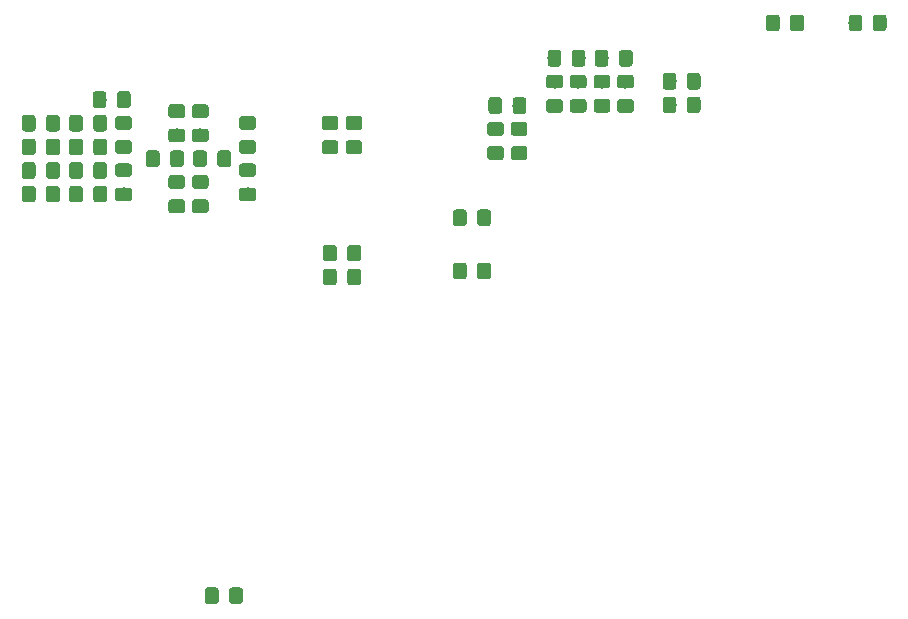
<source format=gbr>
G04 #@! TF.GenerationSoftware,KiCad,Pcbnew,(5.0.1)-3*
G04 #@! TF.CreationDate,2021-11-06T13:35:58+01:00*
G04 #@! TF.ProjectId,pocketDSP,706F636B65744453502E6B696361645F,rev?*
G04 #@! TF.SameCoordinates,Original*
G04 #@! TF.FileFunction,Paste,Bot*
G04 #@! TF.FilePolarity,Positive*
%FSLAX46Y46*%
G04 Gerber Fmt 4.6, Leading zero omitted, Abs format (unit mm)*
G04 Created by KiCad (PCBNEW (5.0.1)-3) date 06/11/2021 13:35:58*
%MOMM*%
%LPD*%
G01*
G04 APERTURE LIST*
%ADD10C,0.050800*%
%ADD11C,1.150000*%
G04 APERTURE END LIST*
D10*
G04 #@! TO.C,C12*
G36*
X120974505Y-106451204D02*
X120998773Y-106454804D01*
X121022572Y-106460765D01*
X121045671Y-106469030D01*
X121067850Y-106479520D01*
X121088893Y-106492132D01*
X121108599Y-106506747D01*
X121126777Y-106523223D01*
X121143253Y-106541401D01*
X121157868Y-106561107D01*
X121170480Y-106582150D01*
X121180970Y-106604329D01*
X121189235Y-106627428D01*
X121195196Y-106651227D01*
X121198796Y-106675495D01*
X121200000Y-106699999D01*
X121200000Y-107350001D01*
X121198796Y-107374505D01*
X121195196Y-107398773D01*
X121189235Y-107422572D01*
X121180970Y-107445671D01*
X121170480Y-107467850D01*
X121157868Y-107488893D01*
X121143253Y-107508599D01*
X121126777Y-107526777D01*
X121108599Y-107543253D01*
X121088893Y-107557868D01*
X121067850Y-107570480D01*
X121045671Y-107580970D01*
X121022572Y-107589235D01*
X120998773Y-107595196D01*
X120974505Y-107598796D01*
X120950001Y-107600000D01*
X120049999Y-107600000D01*
X120025495Y-107598796D01*
X120001227Y-107595196D01*
X119977428Y-107589235D01*
X119954329Y-107580970D01*
X119932150Y-107570480D01*
X119911107Y-107557868D01*
X119891401Y-107543253D01*
X119873223Y-107526777D01*
X119856747Y-107508599D01*
X119842132Y-107488893D01*
X119829520Y-107467850D01*
X119819030Y-107445671D01*
X119810765Y-107422572D01*
X119804804Y-107398773D01*
X119801204Y-107374505D01*
X119800000Y-107350001D01*
X119800000Y-106699999D01*
X119801204Y-106675495D01*
X119804804Y-106651227D01*
X119810765Y-106627428D01*
X119819030Y-106604329D01*
X119829520Y-106582150D01*
X119842132Y-106561107D01*
X119856747Y-106541401D01*
X119873223Y-106523223D01*
X119891401Y-106506747D01*
X119911107Y-106492132D01*
X119932150Y-106479520D01*
X119954329Y-106469030D01*
X119977428Y-106460765D01*
X120001227Y-106454804D01*
X120025495Y-106451204D01*
X120049999Y-106450000D01*
X120950001Y-106450000D01*
X120974505Y-106451204D01*
X120974505Y-106451204D01*
G37*
D11*
X120500000Y-107025000D03*
D10*
G36*
X120974505Y-104401204D02*
X120998773Y-104404804D01*
X121022572Y-104410765D01*
X121045671Y-104419030D01*
X121067850Y-104429520D01*
X121088893Y-104442132D01*
X121108599Y-104456747D01*
X121126777Y-104473223D01*
X121143253Y-104491401D01*
X121157868Y-104511107D01*
X121170480Y-104532150D01*
X121180970Y-104554329D01*
X121189235Y-104577428D01*
X121195196Y-104601227D01*
X121198796Y-104625495D01*
X121200000Y-104649999D01*
X121200000Y-105300001D01*
X121198796Y-105324505D01*
X121195196Y-105348773D01*
X121189235Y-105372572D01*
X121180970Y-105395671D01*
X121170480Y-105417850D01*
X121157868Y-105438893D01*
X121143253Y-105458599D01*
X121126777Y-105476777D01*
X121108599Y-105493253D01*
X121088893Y-105507868D01*
X121067850Y-105520480D01*
X121045671Y-105530970D01*
X121022572Y-105539235D01*
X120998773Y-105545196D01*
X120974505Y-105548796D01*
X120950001Y-105550000D01*
X120049999Y-105550000D01*
X120025495Y-105548796D01*
X120001227Y-105545196D01*
X119977428Y-105539235D01*
X119954329Y-105530970D01*
X119932150Y-105520480D01*
X119911107Y-105507868D01*
X119891401Y-105493253D01*
X119873223Y-105476777D01*
X119856747Y-105458599D01*
X119842132Y-105438893D01*
X119829520Y-105417850D01*
X119819030Y-105395671D01*
X119810765Y-105372572D01*
X119804804Y-105348773D01*
X119801204Y-105324505D01*
X119800000Y-105300001D01*
X119800000Y-104649999D01*
X119801204Y-104625495D01*
X119804804Y-104601227D01*
X119810765Y-104577428D01*
X119819030Y-104554329D01*
X119829520Y-104532150D01*
X119842132Y-104511107D01*
X119856747Y-104491401D01*
X119873223Y-104473223D01*
X119891401Y-104456747D01*
X119911107Y-104442132D01*
X119932150Y-104429520D01*
X119954329Y-104419030D01*
X119977428Y-104410765D01*
X120001227Y-104404804D01*
X120025495Y-104401204D01*
X120049999Y-104400000D01*
X120950001Y-104400000D01*
X120974505Y-104401204D01*
X120974505Y-104401204D01*
G37*
D11*
X120500000Y-104975000D03*
G04 #@! TD*
D10*
G04 #@! TO.C,C16*
G36*
X118824505Y-115301204D02*
X118848773Y-115304804D01*
X118872572Y-115310765D01*
X118895671Y-115319030D01*
X118917850Y-115329520D01*
X118938893Y-115342132D01*
X118958599Y-115356747D01*
X118976777Y-115373223D01*
X118993253Y-115391401D01*
X119007868Y-115411107D01*
X119020480Y-115432150D01*
X119030970Y-115454329D01*
X119039235Y-115477428D01*
X119045196Y-115501227D01*
X119048796Y-115525495D01*
X119050000Y-115549999D01*
X119050000Y-116450001D01*
X119048796Y-116474505D01*
X119045196Y-116498773D01*
X119039235Y-116522572D01*
X119030970Y-116545671D01*
X119020480Y-116567850D01*
X119007868Y-116588893D01*
X118993253Y-116608599D01*
X118976777Y-116626777D01*
X118958599Y-116643253D01*
X118938893Y-116657868D01*
X118917850Y-116670480D01*
X118895671Y-116680970D01*
X118872572Y-116689235D01*
X118848773Y-116695196D01*
X118824505Y-116698796D01*
X118800001Y-116700000D01*
X118149999Y-116700000D01*
X118125495Y-116698796D01*
X118101227Y-116695196D01*
X118077428Y-116689235D01*
X118054329Y-116680970D01*
X118032150Y-116670480D01*
X118011107Y-116657868D01*
X117991401Y-116643253D01*
X117973223Y-116626777D01*
X117956747Y-116608599D01*
X117942132Y-116588893D01*
X117929520Y-116567850D01*
X117919030Y-116545671D01*
X117910765Y-116522572D01*
X117904804Y-116498773D01*
X117901204Y-116474505D01*
X117900000Y-116450001D01*
X117900000Y-115549999D01*
X117901204Y-115525495D01*
X117904804Y-115501227D01*
X117910765Y-115477428D01*
X117919030Y-115454329D01*
X117929520Y-115432150D01*
X117942132Y-115411107D01*
X117956747Y-115391401D01*
X117973223Y-115373223D01*
X117991401Y-115356747D01*
X118011107Y-115342132D01*
X118032150Y-115329520D01*
X118054329Y-115319030D01*
X118077428Y-115310765D01*
X118101227Y-115304804D01*
X118125495Y-115301204D01*
X118149999Y-115300000D01*
X118800001Y-115300000D01*
X118824505Y-115301204D01*
X118824505Y-115301204D01*
G37*
D11*
X118475000Y-116000000D03*
D10*
G36*
X120874505Y-115301204D02*
X120898773Y-115304804D01*
X120922572Y-115310765D01*
X120945671Y-115319030D01*
X120967850Y-115329520D01*
X120988893Y-115342132D01*
X121008599Y-115356747D01*
X121026777Y-115373223D01*
X121043253Y-115391401D01*
X121057868Y-115411107D01*
X121070480Y-115432150D01*
X121080970Y-115454329D01*
X121089235Y-115477428D01*
X121095196Y-115501227D01*
X121098796Y-115525495D01*
X121100000Y-115549999D01*
X121100000Y-116450001D01*
X121098796Y-116474505D01*
X121095196Y-116498773D01*
X121089235Y-116522572D01*
X121080970Y-116545671D01*
X121070480Y-116567850D01*
X121057868Y-116588893D01*
X121043253Y-116608599D01*
X121026777Y-116626777D01*
X121008599Y-116643253D01*
X120988893Y-116657868D01*
X120967850Y-116670480D01*
X120945671Y-116680970D01*
X120922572Y-116689235D01*
X120898773Y-116695196D01*
X120874505Y-116698796D01*
X120850001Y-116700000D01*
X120199999Y-116700000D01*
X120175495Y-116698796D01*
X120151227Y-116695196D01*
X120127428Y-116689235D01*
X120104329Y-116680970D01*
X120082150Y-116670480D01*
X120061107Y-116657868D01*
X120041401Y-116643253D01*
X120023223Y-116626777D01*
X120006747Y-116608599D01*
X119992132Y-116588893D01*
X119979520Y-116567850D01*
X119969030Y-116545671D01*
X119960765Y-116522572D01*
X119954804Y-116498773D01*
X119951204Y-116474505D01*
X119950000Y-116450001D01*
X119950000Y-115549999D01*
X119951204Y-115525495D01*
X119954804Y-115501227D01*
X119960765Y-115477428D01*
X119969030Y-115454329D01*
X119979520Y-115432150D01*
X119992132Y-115411107D01*
X120006747Y-115391401D01*
X120023223Y-115373223D01*
X120041401Y-115356747D01*
X120061107Y-115342132D01*
X120082150Y-115329520D01*
X120104329Y-115319030D01*
X120127428Y-115310765D01*
X120151227Y-115304804D01*
X120175495Y-115301204D01*
X120199999Y-115300000D01*
X120850001Y-115300000D01*
X120874505Y-115301204D01*
X120874505Y-115301204D01*
G37*
D11*
X120525000Y-116000000D03*
G04 #@! TD*
D10*
G04 #@! TO.C,L1*
G36*
X132974505Y-104901204D02*
X132998773Y-104904804D01*
X133022572Y-104910765D01*
X133045671Y-104919030D01*
X133067850Y-104929520D01*
X133088893Y-104942132D01*
X133108599Y-104956747D01*
X133126777Y-104973223D01*
X133143253Y-104991401D01*
X133157868Y-105011107D01*
X133170480Y-105032150D01*
X133180970Y-105054329D01*
X133189235Y-105077428D01*
X133195196Y-105101227D01*
X133198796Y-105125495D01*
X133200000Y-105149999D01*
X133200000Y-105800001D01*
X133198796Y-105824505D01*
X133195196Y-105848773D01*
X133189235Y-105872572D01*
X133180970Y-105895671D01*
X133170480Y-105917850D01*
X133157868Y-105938893D01*
X133143253Y-105958599D01*
X133126777Y-105976777D01*
X133108599Y-105993253D01*
X133088893Y-106007868D01*
X133067850Y-106020480D01*
X133045671Y-106030970D01*
X133022572Y-106039235D01*
X132998773Y-106045196D01*
X132974505Y-106048796D01*
X132950001Y-106050000D01*
X132049999Y-106050000D01*
X132025495Y-106048796D01*
X132001227Y-106045196D01*
X131977428Y-106039235D01*
X131954329Y-106030970D01*
X131932150Y-106020480D01*
X131911107Y-106007868D01*
X131891401Y-105993253D01*
X131873223Y-105976777D01*
X131856747Y-105958599D01*
X131842132Y-105938893D01*
X131829520Y-105917850D01*
X131819030Y-105895671D01*
X131810765Y-105872572D01*
X131804804Y-105848773D01*
X131801204Y-105824505D01*
X131800000Y-105800001D01*
X131800000Y-105149999D01*
X131801204Y-105125495D01*
X131804804Y-105101227D01*
X131810765Y-105077428D01*
X131819030Y-105054329D01*
X131829520Y-105032150D01*
X131842132Y-105011107D01*
X131856747Y-104991401D01*
X131873223Y-104973223D01*
X131891401Y-104956747D01*
X131911107Y-104942132D01*
X131932150Y-104929520D01*
X131954329Y-104919030D01*
X131977428Y-104910765D01*
X132001227Y-104904804D01*
X132025495Y-104901204D01*
X132049999Y-104900000D01*
X132950001Y-104900000D01*
X132974505Y-104901204D01*
X132974505Y-104901204D01*
G37*
D11*
X132500000Y-105475000D03*
D10*
G36*
X132974505Y-106951204D02*
X132998773Y-106954804D01*
X133022572Y-106960765D01*
X133045671Y-106969030D01*
X133067850Y-106979520D01*
X133088893Y-106992132D01*
X133108599Y-107006747D01*
X133126777Y-107023223D01*
X133143253Y-107041401D01*
X133157868Y-107061107D01*
X133170480Y-107082150D01*
X133180970Y-107104329D01*
X133189235Y-107127428D01*
X133195196Y-107151227D01*
X133198796Y-107175495D01*
X133200000Y-107199999D01*
X133200000Y-107850001D01*
X133198796Y-107874505D01*
X133195196Y-107898773D01*
X133189235Y-107922572D01*
X133180970Y-107945671D01*
X133170480Y-107967850D01*
X133157868Y-107988893D01*
X133143253Y-108008599D01*
X133126777Y-108026777D01*
X133108599Y-108043253D01*
X133088893Y-108057868D01*
X133067850Y-108070480D01*
X133045671Y-108080970D01*
X133022572Y-108089235D01*
X132998773Y-108095196D01*
X132974505Y-108098796D01*
X132950001Y-108100000D01*
X132049999Y-108100000D01*
X132025495Y-108098796D01*
X132001227Y-108095196D01*
X131977428Y-108089235D01*
X131954329Y-108080970D01*
X131932150Y-108070480D01*
X131911107Y-108057868D01*
X131891401Y-108043253D01*
X131873223Y-108026777D01*
X131856747Y-108008599D01*
X131842132Y-107988893D01*
X131829520Y-107967850D01*
X131819030Y-107945671D01*
X131810765Y-107922572D01*
X131804804Y-107898773D01*
X131801204Y-107874505D01*
X131800000Y-107850001D01*
X131800000Y-107199999D01*
X131801204Y-107175495D01*
X131804804Y-107151227D01*
X131810765Y-107127428D01*
X131819030Y-107104329D01*
X131829520Y-107082150D01*
X131842132Y-107061107D01*
X131856747Y-107041401D01*
X131873223Y-107023223D01*
X131891401Y-107006747D01*
X131911107Y-106992132D01*
X131932150Y-106979520D01*
X131954329Y-106969030D01*
X131977428Y-106960765D01*
X132001227Y-106954804D01*
X132025495Y-106951204D01*
X132049999Y-106950000D01*
X132950001Y-106950000D01*
X132974505Y-106951204D01*
X132974505Y-106951204D01*
G37*
D11*
X132500000Y-107525000D03*
G04 #@! TD*
D10*
G04 #@! TO.C,C1*
G36*
X118824505Y-117301204D02*
X118848773Y-117304804D01*
X118872572Y-117310765D01*
X118895671Y-117319030D01*
X118917850Y-117329520D01*
X118938893Y-117342132D01*
X118958599Y-117356747D01*
X118976777Y-117373223D01*
X118993253Y-117391401D01*
X119007868Y-117411107D01*
X119020480Y-117432150D01*
X119030970Y-117454329D01*
X119039235Y-117477428D01*
X119045196Y-117501227D01*
X119048796Y-117525495D01*
X119050000Y-117549999D01*
X119050000Y-118450001D01*
X119048796Y-118474505D01*
X119045196Y-118498773D01*
X119039235Y-118522572D01*
X119030970Y-118545671D01*
X119020480Y-118567850D01*
X119007868Y-118588893D01*
X118993253Y-118608599D01*
X118976777Y-118626777D01*
X118958599Y-118643253D01*
X118938893Y-118657868D01*
X118917850Y-118670480D01*
X118895671Y-118680970D01*
X118872572Y-118689235D01*
X118848773Y-118695196D01*
X118824505Y-118698796D01*
X118800001Y-118700000D01*
X118149999Y-118700000D01*
X118125495Y-118698796D01*
X118101227Y-118695196D01*
X118077428Y-118689235D01*
X118054329Y-118680970D01*
X118032150Y-118670480D01*
X118011107Y-118657868D01*
X117991401Y-118643253D01*
X117973223Y-118626777D01*
X117956747Y-118608599D01*
X117942132Y-118588893D01*
X117929520Y-118567850D01*
X117919030Y-118545671D01*
X117910765Y-118522572D01*
X117904804Y-118498773D01*
X117901204Y-118474505D01*
X117900000Y-118450001D01*
X117900000Y-117549999D01*
X117901204Y-117525495D01*
X117904804Y-117501227D01*
X117910765Y-117477428D01*
X117919030Y-117454329D01*
X117929520Y-117432150D01*
X117942132Y-117411107D01*
X117956747Y-117391401D01*
X117973223Y-117373223D01*
X117991401Y-117356747D01*
X118011107Y-117342132D01*
X118032150Y-117329520D01*
X118054329Y-117319030D01*
X118077428Y-117310765D01*
X118101227Y-117304804D01*
X118125495Y-117301204D01*
X118149999Y-117300000D01*
X118800001Y-117300000D01*
X118824505Y-117301204D01*
X118824505Y-117301204D01*
G37*
D11*
X118475000Y-118000000D03*
D10*
G36*
X120874505Y-117301204D02*
X120898773Y-117304804D01*
X120922572Y-117310765D01*
X120945671Y-117319030D01*
X120967850Y-117329520D01*
X120988893Y-117342132D01*
X121008599Y-117356747D01*
X121026777Y-117373223D01*
X121043253Y-117391401D01*
X121057868Y-117411107D01*
X121070480Y-117432150D01*
X121080970Y-117454329D01*
X121089235Y-117477428D01*
X121095196Y-117501227D01*
X121098796Y-117525495D01*
X121100000Y-117549999D01*
X121100000Y-118450001D01*
X121098796Y-118474505D01*
X121095196Y-118498773D01*
X121089235Y-118522572D01*
X121080970Y-118545671D01*
X121070480Y-118567850D01*
X121057868Y-118588893D01*
X121043253Y-118608599D01*
X121026777Y-118626777D01*
X121008599Y-118643253D01*
X120988893Y-118657868D01*
X120967850Y-118670480D01*
X120945671Y-118680970D01*
X120922572Y-118689235D01*
X120898773Y-118695196D01*
X120874505Y-118698796D01*
X120850001Y-118700000D01*
X120199999Y-118700000D01*
X120175495Y-118698796D01*
X120151227Y-118695196D01*
X120127428Y-118689235D01*
X120104329Y-118680970D01*
X120082150Y-118670480D01*
X120061107Y-118657868D01*
X120041401Y-118643253D01*
X120023223Y-118626777D01*
X120006747Y-118608599D01*
X119992132Y-118588893D01*
X119979520Y-118567850D01*
X119969030Y-118545671D01*
X119960765Y-118522572D01*
X119954804Y-118498773D01*
X119951204Y-118474505D01*
X119950000Y-118450001D01*
X119950000Y-117549999D01*
X119951204Y-117525495D01*
X119954804Y-117501227D01*
X119960765Y-117477428D01*
X119969030Y-117454329D01*
X119979520Y-117432150D01*
X119992132Y-117411107D01*
X120006747Y-117391401D01*
X120023223Y-117373223D01*
X120041401Y-117356747D01*
X120061107Y-117342132D01*
X120082150Y-117329520D01*
X120104329Y-117319030D01*
X120127428Y-117310765D01*
X120151227Y-117304804D01*
X120175495Y-117301204D01*
X120199999Y-117300000D01*
X120850001Y-117300000D01*
X120874505Y-117301204D01*
X120874505Y-117301204D01*
G37*
D11*
X120525000Y-118000000D03*
G04 #@! TD*
D10*
G04 #@! TO.C,C2*
G36*
X118974505Y-106451204D02*
X118998773Y-106454804D01*
X119022572Y-106460765D01*
X119045671Y-106469030D01*
X119067850Y-106479520D01*
X119088893Y-106492132D01*
X119108599Y-106506747D01*
X119126777Y-106523223D01*
X119143253Y-106541401D01*
X119157868Y-106561107D01*
X119170480Y-106582150D01*
X119180970Y-106604329D01*
X119189235Y-106627428D01*
X119195196Y-106651227D01*
X119198796Y-106675495D01*
X119200000Y-106699999D01*
X119200000Y-107350001D01*
X119198796Y-107374505D01*
X119195196Y-107398773D01*
X119189235Y-107422572D01*
X119180970Y-107445671D01*
X119170480Y-107467850D01*
X119157868Y-107488893D01*
X119143253Y-107508599D01*
X119126777Y-107526777D01*
X119108599Y-107543253D01*
X119088893Y-107557868D01*
X119067850Y-107570480D01*
X119045671Y-107580970D01*
X119022572Y-107589235D01*
X118998773Y-107595196D01*
X118974505Y-107598796D01*
X118950001Y-107600000D01*
X118049999Y-107600000D01*
X118025495Y-107598796D01*
X118001227Y-107595196D01*
X117977428Y-107589235D01*
X117954329Y-107580970D01*
X117932150Y-107570480D01*
X117911107Y-107557868D01*
X117891401Y-107543253D01*
X117873223Y-107526777D01*
X117856747Y-107508599D01*
X117842132Y-107488893D01*
X117829520Y-107467850D01*
X117819030Y-107445671D01*
X117810765Y-107422572D01*
X117804804Y-107398773D01*
X117801204Y-107374505D01*
X117800000Y-107350001D01*
X117800000Y-106699999D01*
X117801204Y-106675495D01*
X117804804Y-106651227D01*
X117810765Y-106627428D01*
X117819030Y-106604329D01*
X117829520Y-106582150D01*
X117842132Y-106561107D01*
X117856747Y-106541401D01*
X117873223Y-106523223D01*
X117891401Y-106506747D01*
X117911107Y-106492132D01*
X117932150Y-106479520D01*
X117954329Y-106469030D01*
X117977428Y-106460765D01*
X118001227Y-106454804D01*
X118025495Y-106451204D01*
X118049999Y-106450000D01*
X118950001Y-106450000D01*
X118974505Y-106451204D01*
X118974505Y-106451204D01*
G37*
D11*
X118500000Y-107025000D03*
D10*
G36*
X118974505Y-104401204D02*
X118998773Y-104404804D01*
X119022572Y-104410765D01*
X119045671Y-104419030D01*
X119067850Y-104429520D01*
X119088893Y-104442132D01*
X119108599Y-104456747D01*
X119126777Y-104473223D01*
X119143253Y-104491401D01*
X119157868Y-104511107D01*
X119170480Y-104532150D01*
X119180970Y-104554329D01*
X119189235Y-104577428D01*
X119195196Y-104601227D01*
X119198796Y-104625495D01*
X119200000Y-104649999D01*
X119200000Y-105300001D01*
X119198796Y-105324505D01*
X119195196Y-105348773D01*
X119189235Y-105372572D01*
X119180970Y-105395671D01*
X119170480Y-105417850D01*
X119157868Y-105438893D01*
X119143253Y-105458599D01*
X119126777Y-105476777D01*
X119108599Y-105493253D01*
X119088893Y-105507868D01*
X119067850Y-105520480D01*
X119045671Y-105530970D01*
X119022572Y-105539235D01*
X118998773Y-105545196D01*
X118974505Y-105548796D01*
X118950001Y-105550000D01*
X118049999Y-105550000D01*
X118025495Y-105548796D01*
X118001227Y-105545196D01*
X117977428Y-105539235D01*
X117954329Y-105530970D01*
X117932150Y-105520480D01*
X117911107Y-105507868D01*
X117891401Y-105493253D01*
X117873223Y-105476777D01*
X117856747Y-105458599D01*
X117842132Y-105438893D01*
X117829520Y-105417850D01*
X117819030Y-105395671D01*
X117810765Y-105372572D01*
X117804804Y-105348773D01*
X117801204Y-105324505D01*
X117800000Y-105300001D01*
X117800000Y-104649999D01*
X117801204Y-104625495D01*
X117804804Y-104601227D01*
X117810765Y-104577428D01*
X117819030Y-104554329D01*
X117829520Y-104532150D01*
X117842132Y-104511107D01*
X117856747Y-104491401D01*
X117873223Y-104473223D01*
X117891401Y-104456747D01*
X117911107Y-104442132D01*
X117932150Y-104429520D01*
X117954329Y-104419030D01*
X117977428Y-104410765D01*
X118001227Y-104404804D01*
X118025495Y-104401204D01*
X118049999Y-104400000D01*
X118950001Y-104400000D01*
X118974505Y-104401204D01*
X118974505Y-104401204D01*
G37*
D11*
X118500000Y-104975000D03*
G04 #@! TD*
D10*
G04 #@! TO.C,C3*
G36*
X132824505Y-102801204D02*
X132848773Y-102804804D01*
X132872572Y-102810765D01*
X132895671Y-102819030D01*
X132917850Y-102829520D01*
X132938893Y-102842132D01*
X132958599Y-102856747D01*
X132976777Y-102873223D01*
X132993253Y-102891401D01*
X133007868Y-102911107D01*
X133020480Y-102932150D01*
X133030970Y-102954329D01*
X133039235Y-102977428D01*
X133045196Y-103001227D01*
X133048796Y-103025495D01*
X133050000Y-103049999D01*
X133050000Y-103950001D01*
X133048796Y-103974505D01*
X133045196Y-103998773D01*
X133039235Y-104022572D01*
X133030970Y-104045671D01*
X133020480Y-104067850D01*
X133007868Y-104088893D01*
X132993253Y-104108599D01*
X132976777Y-104126777D01*
X132958599Y-104143253D01*
X132938893Y-104157868D01*
X132917850Y-104170480D01*
X132895671Y-104180970D01*
X132872572Y-104189235D01*
X132848773Y-104195196D01*
X132824505Y-104198796D01*
X132800001Y-104200000D01*
X132149999Y-104200000D01*
X132125495Y-104198796D01*
X132101227Y-104195196D01*
X132077428Y-104189235D01*
X132054329Y-104180970D01*
X132032150Y-104170480D01*
X132011107Y-104157868D01*
X131991401Y-104143253D01*
X131973223Y-104126777D01*
X131956747Y-104108599D01*
X131942132Y-104088893D01*
X131929520Y-104067850D01*
X131919030Y-104045671D01*
X131910765Y-104022572D01*
X131904804Y-103998773D01*
X131901204Y-103974505D01*
X131900000Y-103950001D01*
X131900000Y-103049999D01*
X131901204Y-103025495D01*
X131904804Y-103001227D01*
X131910765Y-102977428D01*
X131919030Y-102954329D01*
X131929520Y-102932150D01*
X131942132Y-102911107D01*
X131956747Y-102891401D01*
X131973223Y-102873223D01*
X131991401Y-102856747D01*
X132011107Y-102842132D01*
X132032150Y-102829520D01*
X132054329Y-102819030D01*
X132077428Y-102810765D01*
X132101227Y-102804804D01*
X132125495Y-102801204D01*
X132149999Y-102800000D01*
X132800001Y-102800000D01*
X132824505Y-102801204D01*
X132824505Y-102801204D01*
G37*
D11*
X132475000Y-103500000D03*
D10*
G36*
X134874505Y-102801204D02*
X134898773Y-102804804D01*
X134922572Y-102810765D01*
X134945671Y-102819030D01*
X134967850Y-102829520D01*
X134988893Y-102842132D01*
X135008599Y-102856747D01*
X135026777Y-102873223D01*
X135043253Y-102891401D01*
X135057868Y-102911107D01*
X135070480Y-102932150D01*
X135080970Y-102954329D01*
X135089235Y-102977428D01*
X135095196Y-103001227D01*
X135098796Y-103025495D01*
X135100000Y-103049999D01*
X135100000Y-103950001D01*
X135098796Y-103974505D01*
X135095196Y-103998773D01*
X135089235Y-104022572D01*
X135080970Y-104045671D01*
X135070480Y-104067850D01*
X135057868Y-104088893D01*
X135043253Y-104108599D01*
X135026777Y-104126777D01*
X135008599Y-104143253D01*
X134988893Y-104157868D01*
X134967850Y-104170480D01*
X134945671Y-104180970D01*
X134922572Y-104189235D01*
X134898773Y-104195196D01*
X134874505Y-104198796D01*
X134850001Y-104200000D01*
X134199999Y-104200000D01*
X134175495Y-104198796D01*
X134151227Y-104195196D01*
X134127428Y-104189235D01*
X134104329Y-104180970D01*
X134082150Y-104170480D01*
X134061107Y-104157868D01*
X134041401Y-104143253D01*
X134023223Y-104126777D01*
X134006747Y-104108599D01*
X133992132Y-104088893D01*
X133979520Y-104067850D01*
X133969030Y-104045671D01*
X133960765Y-104022572D01*
X133954804Y-103998773D01*
X133951204Y-103974505D01*
X133950000Y-103950001D01*
X133950000Y-103049999D01*
X133951204Y-103025495D01*
X133954804Y-103001227D01*
X133960765Y-102977428D01*
X133969030Y-102954329D01*
X133979520Y-102932150D01*
X133992132Y-102911107D01*
X134006747Y-102891401D01*
X134023223Y-102873223D01*
X134041401Y-102856747D01*
X134061107Y-102842132D01*
X134082150Y-102829520D01*
X134104329Y-102819030D01*
X134127428Y-102810765D01*
X134151227Y-102804804D01*
X134175495Y-102801204D01*
X134199999Y-102800000D01*
X134850001Y-102800000D01*
X134874505Y-102801204D01*
X134874505Y-102801204D01*
G37*
D11*
X134525000Y-103500000D03*
G04 #@! TD*
D10*
G04 #@! TO.C,C4*
G36*
X129824505Y-112301204D02*
X129848773Y-112304804D01*
X129872572Y-112310765D01*
X129895671Y-112319030D01*
X129917850Y-112329520D01*
X129938893Y-112342132D01*
X129958599Y-112356747D01*
X129976777Y-112373223D01*
X129993253Y-112391401D01*
X130007868Y-112411107D01*
X130020480Y-112432150D01*
X130030970Y-112454329D01*
X130039235Y-112477428D01*
X130045196Y-112501227D01*
X130048796Y-112525495D01*
X130050000Y-112549999D01*
X130050000Y-113450001D01*
X130048796Y-113474505D01*
X130045196Y-113498773D01*
X130039235Y-113522572D01*
X130030970Y-113545671D01*
X130020480Y-113567850D01*
X130007868Y-113588893D01*
X129993253Y-113608599D01*
X129976777Y-113626777D01*
X129958599Y-113643253D01*
X129938893Y-113657868D01*
X129917850Y-113670480D01*
X129895671Y-113680970D01*
X129872572Y-113689235D01*
X129848773Y-113695196D01*
X129824505Y-113698796D01*
X129800001Y-113700000D01*
X129149999Y-113700000D01*
X129125495Y-113698796D01*
X129101227Y-113695196D01*
X129077428Y-113689235D01*
X129054329Y-113680970D01*
X129032150Y-113670480D01*
X129011107Y-113657868D01*
X128991401Y-113643253D01*
X128973223Y-113626777D01*
X128956747Y-113608599D01*
X128942132Y-113588893D01*
X128929520Y-113567850D01*
X128919030Y-113545671D01*
X128910765Y-113522572D01*
X128904804Y-113498773D01*
X128901204Y-113474505D01*
X128900000Y-113450001D01*
X128900000Y-112549999D01*
X128901204Y-112525495D01*
X128904804Y-112501227D01*
X128910765Y-112477428D01*
X128919030Y-112454329D01*
X128929520Y-112432150D01*
X128942132Y-112411107D01*
X128956747Y-112391401D01*
X128973223Y-112373223D01*
X128991401Y-112356747D01*
X129011107Y-112342132D01*
X129032150Y-112329520D01*
X129054329Y-112319030D01*
X129077428Y-112310765D01*
X129101227Y-112304804D01*
X129125495Y-112301204D01*
X129149999Y-112300000D01*
X129800001Y-112300000D01*
X129824505Y-112301204D01*
X129824505Y-112301204D01*
G37*
D11*
X129475000Y-113000000D03*
D10*
G36*
X131874505Y-112301204D02*
X131898773Y-112304804D01*
X131922572Y-112310765D01*
X131945671Y-112319030D01*
X131967850Y-112329520D01*
X131988893Y-112342132D01*
X132008599Y-112356747D01*
X132026777Y-112373223D01*
X132043253Y-112391401D01*
X132057868Y-112411107D01*
X132070480Y-112432150D01*
X132080970Y-112454329D01*
X132089235Y-112477428D01*
X132095196Y-112501227D01*
X132098796Y-112525495D01*
X132100000Y-112549999D01*
X132100000Y-113450001D01*
X132098796Y-113474505D01*
X132095196Y-113498773D01*
X132089235Y-113522572D01*
X132080970Y-113545671D01*
X132070480Y-113567850D01*
X132057868Y-113588893D01*
X132043253Y-113608599D01*
X132026777Y-113626777D01*
X132008599Y-113643253D01*
X131988893Y-113657868D01*
X131967850Y-113670480D01*
X131945671Y-113680970D01*
X131922572Y-113689235D01*
X131898773Y-113695196D01*
X131874505Y-113698796D01*
X131850001Y-113700000D01*
X131199999Y-113700000D01*
X131175495Y-113698796D01*
X131151227Y-113695196D01*
X131127428Y-113689235D01*
X131104329Y-113680970D01*
X131082150Y-113670480D01*
X131061107Y-113657868D01*
X131041401Y-113643253D01*
X131023223Y-113626777D01*
X131006747Y-113608599D01*
X130992132Y-113588893D01*
X130979520Y-113567850D01*
X130969030Y-113545671D01*
X130960765Y-113522572D01*
X130954804Y-113498773D01*
X130951204Y-113474505D01*
X130950000Y-113450001D01*
X130950000Y-112549999D01*
X130951204Y-112525495D01*
X130954804Y-112501227D01*
X130960765Y-112477428D01*
X130969030Y-112454329D01*
X130979520Y-112432150D01*
X130992132Y-112411107D01*
X131006747Y-112391401D01*
X131023223Y-112373223D01*
X131041401Y-112356747D01*
X131061107Y-112342132D01*
X131082150Y-112329520D01*
X131104329Y-112319030D01*
X131127428Y-112310765D01*
X131151227Y-112304804D01*
X131175495Y-112301204D01*
X131199999Y-112300000D01*
X131850001Y-112300000D01*
X131874505Y-112301204D01*
X131874505Y-112301204D01*
G37*
D11*
X131525000Y-113000000D03*
G04 #@! TD*
D10*
G04 #@! TO.C,C5*
G36*
X129824505Y-116801204D02*
X129848773Y-116804804D01*
X129872572Y-116810765D01*
X129895671Y-116819030D01*
X129917850Y-116829520D01*
X129938893Y-116842132D01*
X129958599Y-116856747D01*
X129976777Y-116873223D01*
X129993253Y-116891401D01*
X130007868Y-116911107D01*
X130020480Y-116932150D01*
X130030970Y-116954329D01*
X130039235Y-116977428D01*
X130045196Y-117001227D01*
X130048796Y-117025495D01*
X130050000Y-117049999D01*
X130050000Y-117950001D01*
X130048796Y-117974505D01*
X130045196Y-117998773D01*
X130039235Y-118022572D01*
X130030970Y-118045671D01*
X130020480Y-118067850D01*
X130007868Y-118088893D01*
X129993253Y-118108599D01*
X129976777Y-118126777D01*
X129958599Y-118143253D01*
X129938893Y-118157868D01*
X129917850Y-118170480D01*
X129895671Y-118180970D01*
X129872572Y-118189235D01*
X129848773Y-118195196D01*
X129824505Y-118198796D01*
X129800001Y-118200000D01*
X129149999Y-118200000D01*
X129125495Y-118198796D01*
X129101227Y-118195196D01*
X129077428Y-118189235D01*
X129054329Y-118180970D01*
X129032150Y-118170480D01*
X129011107Y-118157868D01*
X128991401Y-118143253D01*
X128973223Y-118126777D01*
X128956747Y-118108599D01*
X128942132Y-118088893D01*
X128929520Y-118067850D01*
X128919030Y-118045671D01*
X128910765Y-118022572D01*
X128904804Y-117998773D01*
X128901204Y-117974505D01*
X128900000Y-117950001D01*
X128900000Y-117049999D01*
X128901204Y-117025495D01*
X128904804Y-117001227D01*
X128910765Y-116977428D01*
X128919030Y-116954329D01*
X128929520Y-116932150D01*
X128942132Y-116911107D01*
X128956747Y-116891401D01*
X128973223Y-116873223D01*
X128991401Y-116856747D01*
X129011107Y-116842132D01*
X129032150Y-116829520D01*
X129054329Y-116819030D01*
X129077428Y-116810765D01*
X129101227Y-116804804D01*
X129125495Y-116801204D01*
X129149999Y-116800000D01*
X129800001Y-116800000D01*
X129824505Y-116801204D01*
X129824505Y-116801204D01*
G37*
D11*
X129475000Y-117500000D03*
D10*
G36*
X131874505Y-116801204D02*
X131898773Y-116804804D01*
X131922572Y-116810765D01*
X131945671Y-116819030D01*
X131967850Y-116829520D01*
X131988893Y-116842132D01*
X132008599Y-116856747D01*
X132026777Y-116873223D01*
X132043253Y-116891401D01*
X132057868Y-116911107D01*
X132070480Y-116932150D01*
X132080970Y-116954329D01*
X132089235Y-116977428D01*
X132095196Y-117001227D01*
X132098796Y-117025495D01*
X132100000Y-117049999D01*
X132100000Y-117950001D01*
X132098796Y-117974505D01*
X132095196Y-117998773D01*
X132089235Y-118022572D01*
X132080970Y-118045671D01*
X132070480Y-118067850D01*
X132057868Y-118088893D01*
X132043253Y-118108599D01*
X132026777Y-118126777D01*
X132008599Y-118143253D01*
X131988893Y-118157868D01*
X131967850Y-118170480D01*
X131945671Y-118180970D01*
X131922572Y-118189235D01*
X131898773Y-118195196D01*
X131874505Y-118198796D01*
X131850001Y-118200000D01*
X131199999Y-118200000D01*
X131175495Y-118198796D01*
X131151227Y-118195196D01*
X131127428Y-118189235D01*
X131104329Y-118180970D01*
X131082150Y-118170480D01*
X131061107Y-118157868D01*
X131041401Y-118143253D01*
X131023223Y-118126777D01*
X131006747Y-118108599D01*
X130992132Y-118088893D01*
X130979520Y-118067850D01*
X130969030Y-118045671D01*
X130960765Y-118022572D01*
X130954804Y-117998773D01*
X130951204Y-117974505D01*
X130950000Y-117950001D01*
X130950000Y-117049999D01*
X130951204Y-117025495D01*
X130954804Y-117001227D01*
X130960765Y-116977428D01*
X130969030Y-116954329D01*
X130979520Y-116932150D01*
X130992132Y-116911107D01*
X131006747Y-116891401D01*
X131023223Y-116873223D01*
X131041401Y-116856747D01*
X131061107Y-116842132D01*
X131082150Y-116829520D01*
X131104329Y-116819030D01*
X131127428Y-116810765D01*
X131151227Y-116804804D01*
X131175495Y-116801204D01*
X131199999Y-116800000D01*
X131850001Y-116800000D01*
X131874505Y-116801204D01*
X131874505Y-116801204D01*
G37*
D11*
X131525000Y-117500000D03*
G04 #@! TD*
D10*
G04 #@! TO.C,C6*
G36*
X134974505Y-104901204D02*
X134998773Y-104904804D01*
X135022572Y-104910765D01*
X135045671Y-104919030D01*
X135067850Y-104929520D01*
X135088893Y-104942132D01*
X135108599Y-104956747D01*
X135126777Y-104973223D01*
X135143253Y-104991401D01*
X135157868Y-105011107D01*
X135170480Y-105032150D01*
X135180970Y-105054329D01*
X135189235Y-105077428D01*
X135195196Y-105101227D01*
X135198796Y-105125495D01*
X135200000Y-105149999D01*
X135200000Y-105800001D01*
X135198796Y-105824505D01*
X135195196Y-105848773D01*
X135189235Y-105872572D01*
X135180970Y-105895671D01*
X135170480Y-105917850D01*
X135157868Y-105938893D01*
X135143253Y-105958599D01*
X135126777Y-105976777D01*
X135108599Y-105993253D01*
X135088893Y-106007868D01*
X135067850Y-106020480D01*
X135045671Y-106030970D01*
X135022572Y-106039235D01*
X134998773Y-106045196D01*
X134974505Y-106048796D01*
X134950001Y-106050000D01*
X134049999Y-106050000D01*
X134025495Y-106048796D01*
X134001227Y-106045196D01*
X133977428Y-106039235D01*
X133954329Y-106030970D01*
X133932150Y-106020480D01*
X133911107Y-106007868D01*
X133891401Y-105993253D01*
X133873223Y-105976777D01*
X133856747Y-105958599D01*
X133842132Y-105938893D01*
X133829520Y-105917850D01*
X133819030Y-105895671D01*
X133810765Y-105872572D01*
X133804804Y-105848773D01*
X133801204Y-105824505D01*
X133800000Y-105800001D01*
X133800000Y-105149999D01*
X133801204Y-105125495D01*
X133804804Y-105101227D01*
X133810765Y-105077428D01*
X133819030Y-105054329D01*
X133829520Y-105032150D01*
X133842132Y-105011107D01*
X133856747Y-104991401D01*
X133873223Y-104973223D01*
X133891401Y-104956747D01*
X133911107Y-104942132D01*
X133932150Y-104929520D01*
X133954329Y-104919030D01*
X133977428Y-104910765D01*
X134001227Y-104904804D01*
X134025495Y-104901204D01*
X134049999Y-104900000D01*
X134950001Y-104900000D01*
X134974505Y-104901204D01*
X134974505Y-104901204D01*
G37*
D11*
X134500000Y-105475000D03*
D10*
G36*
X134974505Y-106951204D02*
X134998773Y-106954804D01*
X135022572Y-106960765D01*
X135045671Y-106969030D01*
X135067850Y-106979520D01*
X135088893Y-106992132D01*
X135108599Y-107006747D01*
X135126777Y-107023223D01*
X135143253Y-107041401D01*
X135157868Y-107061107D01*
X135170480Y-107082150D01*
X135180970Y-107104329D01*
X135189235Y-107127428D01*
X135195196Y-107151227D01*
X135198796Y-107175495D01*
X135200000Y-107199999D01*
X135200000Y-107850001D01*
X135198796Y-107874505D01*
X135195196Y-107898773D01*
X135189235Y-107922572D01*
X135180970Y-107945671D01*
X135170480Y-107967850D01*
X135157868Y-107988893D01*
X135143253Y-108008599D01*
X135126777Y-108026777D01*
X135108599Y-108043253D01*
X135088893Y-108057868D01*
X135067850Y-108070480D01*
X135045671Y-108080970D01*
X135022572Y-108089235D01*
X134998773Y-108095196D01*
X134974505Y-108098796D01*
X134950001Y-108100000D01*
X134049999Y-108100000D01*
X134025495Y-108098796D01*
X134001227Y-108095196D01*
X133977428Y-108089235D01*
X133954329Y-108080970D01*
X133932150Y-108070480D01*
X133911107Y-108057868D01*
X133891401Y-108043253D01*
X133873223Y-108026777D01*
X133856747Y-108008599D01*
X133842132Y-107988893D01*
X133829520Y-107967850D01*
X133819030Y-107945671D01*
X133810765Y-107922572D01*
X133804804Y-107898773D01*
X133801204Y-107874505D01*
X133800000Y-107850001D01*
X133800000Y-107199999D01*
X133801204Y-107175495D01*
X133804804Y-107151227D01*
X133810765Y-107127428D01*
X133819030Y-107104329D01*
X133829520Y-107082150D01*
X133842132Y-107061107D01*
X133856747Y-107041401D01*
X133873223Y-107023223D01*
X133891401Y-107006747D01*
X133911107Y-106992132D01*
X133932150Y-106979520D01*
X133954329Y-106969030D01*
X133977428Y-106960765D01*
X134001227Y-106954804D01*
X134025495Y-106951204D01*
X134049999Y-106950000D01*
X134950001Y-106950000D01*
X134974505Y-106951204D01*
X134974505Y-106951204D01*
G37*
D11*
X134500000Y-107525000D03*
G04 #@! TD*
D10*
G04 #@! TO.C,C28*
G36*
X99324505Y-102301204D02*
X99348773Y-102304804D01*
X99372572Y-102310765D01*
X99395671Y-102319030D01*
X99417850Y-102329520D01*
X99438893Y-102342132D01*
X99458599Y-102356747D01*
X99476777Y-102373223D01*
X99493253Y-102391401D01*
X99507868Y-102411107D01*
X99520480Y-102432150D01*
X99530970Y-102454329D01*
X99539235Y-102477428D01*
X99545196Y-102501227D01*
X99548796Y-102525495D01*
X99550000Y-102549999D01*
X99550000Y-103450001D01*
X99548796Y-103474505D01*
X99545196Y-103498773D01*
X99539235Y-103522572D01*
X99530970Y-103545671D01*
X99520480Y-103567850D01*
X99507868Y-103588893D01*
X99493253Y-103608599D01*
X99476777Y-103626777D01*
X99458599Y-103643253D01*
X99438893Y-103657868D01*
X99417850Y-103670480D01*
X99395671Y-103680970D01*
X99372572Y-103689235D01*
X99348773Y-103695196D01*
X99324505Y-103698796D01*
X99300001Y-103700000D01*
X98649999Y-103700000D01*
X98625495Y-103698796D01*
X98601227Y-103695196D01*
X98577428Y-103689235D01*
X98554329Y-103680970D01*
X98532150Y-103670480D01*
X98511107Y-103657868D01*
X98491401Y-103643253D01*
X98473223Y-103626777D01*
X98456747Y-103608599D01*
X98442132Y-103588893D01*
X98429520Y-103567850D01*
X98419030Y-103545671D01*
X98410765Y-103522572D01*
X98404804Y-103498773D01*
X98401204Y-103474505D01*
X98400000Y-103450001D01*
X98400000Y-102549999D01*
X98401204Y-102525495D01*
X98404804Y-102501227D01*
X98410765Y-102477428D01*
X98419030Y-102454329D01*
X98429520Y-102432150D01*
X98442132Y-102411107D01*
X98456747Y-102391401D01*
X98473223Y-102373223D01*
X98491401Y-102356747D01*
X98511107Y-102342132D01*
X98532150Y-102329520D01*
X98554329Y-102319030D01*
X98577428Y-102310765D01*
X98601227Y-102304804D01*
X98625495Y-102301204D01*
X98649999Y-102300000D01*
X99300001Y-102300000D01*
X99324505Y-102301204D01*
X99324505Y-102301204D01*
G37*
D11*
X98975000Y-103000000D03*
D10*
G36*
X101374505Y-102301204D02*
X101398773Y-102304804D01*
X101422572Y-102310765D01*
X101445671Y-102319030D01*
X101467850Y-102329520D01*
X101488893Y-102342132D01*
X101508599Y-102356747D01*
X101526777Y-102373223D01*
X101543253Y-102391401D01*
X101557868Y-102411107D01*
X101570480Y-102432150D01*
X101580970Y-102454329D01*
X101589235Y-102477428D01*
X101595196Y-102501227D01*
X101598796Y-102525495D01*
X101600000Y-102549999D01*
X101600000Y-103450001D01*
X101598796Y-103474505D01*
X101595196Y-103498773D01*
X101589235Y-103522572D01*
X101580970Y-103545671D01*
X101570480Y-103567850D01*
X101557868Y-103588893D01*
X101543253Y-103608599D01*
X101526777Y-103626777D01*
X101508599Y-103643253D01*
X101488893Y-103657868D01*
X101467850Y-103670480D01*
X101445671Y-103680970D01*
X101422572Y-103689235D01*
X101398773Y-103695196D01*
X101374505Y-103698796D01*
X101350001Y-103700000D01*
X100699999Y-103700000D01*
X100675495Y-103698796D01*
X100651227Y-103695196D01*
X100627428Y-103689235D01*
X100604329Y-103680970D01*
X100582150Y-103670480D01*
X100561107Y-103657868D01*
X100541401Y-103643253D01*
X100523223Y-103626777D01*
X100506747Y-103608599D01*
X100492132Y-103588893D01*
X100479520Y-103567850D01*
X100469030Y-103545671D01*
X100460765Y-103522572D01*
X100454804Y-103498773D01*
X100451204Y-103474505D01*
X100450000Y-103450001D01*
X100450000Y-102549999D01*
X100451204Y-102525495D01*
X100454804Y-102501227D01*
X100460765Y-102477428D01*
X100469030Y-102454329D01*
X100479520Y-102432150D01*
X100492132Y-102411107D01*
X100506747Y-102391401D01*
X100523223Y-102373223D01*
X100541401Y-102356747D01*
X100561107Y-102342132D01*
X100582150Y-102329520D01*
X100604329Y-102319030D01*
X100627428Y-102310765D01*
X100651227Y-102304804D01*
X100675495Y-102301204D01*
X100699999Y-102300000D01*
X101350001Y-102300000D01*
X101374505Y-102301204D01*
X101374505Y-102301204D01*
G37*
D11*
X101025000Y-103000000D03*
G04 #@! TD*
D10*
G04 #@! TO.C,C29*
G36*
X105974505Y-111451204D02*
X105998773Y-111454804D01*
X106022572Y-111460765D01*
X106045671Y-111469030D01*
X106067850Y-111479520D01*
X106088893Y-111492132D01*
X106108599Y-111506747D01*
X106126777Y-111523223D01*
X106143253Y-111541401D01*
X106157868Y-111561107D01*
X106170480Y-111582150D01*
X106180970Y-111604329D01*
X106189235Y-111627428D01*
X106195196Y-111651227D01*
X106198796Y-111675495D01*
X106200000Y-111699999D01*
X106200000Y-112350001D01*
X106198796Y-112374505D01*
X106195196Y-112398773D01*
X106189235Y-112422572D01*
X106180970Y-112445671D01*
X106170480Y-112467850D01*
X106157868Y-112488893D01*
X106143253Y-112508599D01*
X106126777Y-112526777D01*
X106108599Y-112543253D01*
X106088893Y-112557868D01*
X106067850Y-112570480D01*
X106045671Y-112580970D01*
X106022572Y-112589235D01*
X105998773Y-112595196D01*
X105974505Y-112598796D01*
X105950001Y-112600000D01*
X105049999Y-112600000D01*
X105025495Y-112598796D01*
X105001227Y-112595196D01*
X104977428Y-112589235D01*
X104954329Y-112580970D01*
X104932150Y-112570480D01*
X104911107Y-112557868D01*
X104891401Y-112543253D01*
X104873223Y-112526777D01*
X104856747Y-112508599D01*
X104842132Y-112488893D01*
X104829520Y-112467850D01*
X104819030Y-112445671D01*
X104810765Y-112422572D01*
X104804804Y-112398773D01*
X104801204Y-112374505D01*
X104800000Y-112350001D01*
X104800000Y-111699999D01*
X104801204Y-111675495D01*
X104804804Y-111651227D01*
X104810765Y-111627428D01*
X104819030Y-111604329D01*
X104829520Y-111582150D01*
X104842132Y-111561107D01*
X104856747Y-111541401D01*
X104873223Y-111523223D01*
X104891401Y-111506747D01*
X104911107Y-111492132D01*
X104932150Y-111479520D01*
X104954329Y-111469030D01*
X104977428Y-111460765D01*
X105001227Y-111454804D01*
X105025495Y-111451204D01*
X105049999Y-111450000D01*
X105950001Y-111450000D01*
X105974505Y-111451204D01*
X105974505Y-111451204D01*
G37*
D11*
X105500000Y-112025000D03*
D10*
G36*
X105974505Y-109401204D02*
X105998773Y-109404804D01*
X106022572Y-109410765D01*
X106045671Y-109419030D01*
X106067850Y-109429520D01*
X106088893Y-109442132D01*
X106108599Y-109456747D01*
X106126777Y-109473223D01*
X106143253Y-109491401D01*
X106157868Y-109511107D01*
X106170480Y-109532150D01*
X106180970Y-109554329D01*
X106189235Y-109577428D01*
X106195196Y-109601227D01*
X106198796Y-109625495D01*
X106200000Y-109649999D01*
X106200000Y-110300001D01*
X106198796Y-110324505D01*
X106195196Y-110348773D01*
X106189235Y-110372572D01*
X106180970Y-110395671D01*
X106170480Y-110417850D01*
X106157868Y-110438893D01*
X106143253Y-110458599D01*
X106126777Y-110476777D01*
X106108599Y-110493253D01*
X106088893Y-110507868D01*
X106067850Y-110520480D01*
X106045671Y-110530970D01*
X106022572Y-110539235D01*
X105998773Y-110545196D01*
X105974505Y-110548796D01*
X105950001Y-110550000D01*
X105049999Y-110550000D01*
X105025495Y-110548796D01*
X105001227Y-110545196D01*
X104977428Y-110539235D01*
X104954329Y-110530970D01*
X104932150Y-110520480D01*
X104911107Y-110507868D01*
X104891401Y-110493253D01*
X104873223Y-110476777D01*
X104856747Y-110458599D01*
X104842132Y-110438893D01*
X104829520Y-110417850D01*
X104819030Y-110395671D01*
X104810765Y-110372572D01*
X104804804Y-110348773D01*
X104801204Y-110324505D01*
X104800000Y-110300001D01*
X104800000Y-109649999D01*
X104801204Y-109625495D01*
X104804804Y-109601227D01*
X104810765Y-109577428D01*
X104819030Y-109554329D01*
X104829520Y-109532150D01*
X104842132Y-109511107D01*
X104856747Y-109491401D01*
X104873223Y-109473223D01*
X104891401Y-109456747D01*
X104911107Y-109442132D01*
X104932150Y-109429520D01*
X104954329Y-109419030D01*
X104977428Y-109410765D01*
X105001227Y-109404804D01*
X105025495Y-109401204D01*
X105049999Y-109400000D01*
X105950001Y-109400000D01*
X105974505Y-109401204D01*
X105974505Y-109401204D01*
G37*
D11*
X105500000Y-109975000D03*
G04 #@! TD*
D10*
G04 #@! TO.C,C30*
G36*
X105974505Y-103401204D02*
X105998773Y-103404804D01*
X106022572Y-103410765D01*
X106045671Y-103419030D01*
X106067850Y-103429520D01*
X106088893Y-103442132D01*
X106108599Y-103456747D01*
X106126777Y-103473223D01*
X106143253Y-103491401D01*
X106157868Y-103511107D01*
X106170480Y-103532150D01*
X106180970Y-103554329D01*
X106189235Y-103577428D01*
X106195196Y-103601227D01*
X106198796Y-103625495D01*
X106200000Y-103649999D01*
X106200000Y-104300001D01*
X106198796Y-104324505D01*
X106195196Y-104348773D01*
X106189235Y-104372572D01*
X106180970Y-104395671D01*
X106170480Y-104417850D01*
X106157868Y-104438893D01*
X106143253Y-104458599D01*
X106126777Y-104476777D01*
X106108599Y-104493253D01*
X106088893Y-104507868D01*
X106067850Y-104520480D01*
X106045671Y-104530970D01*
X106022572Y-104539235D01*
X105998773Y-104545196D01*
X105974505Y-104548796D01*
X105950001Y-104550000D01*
X105049999Y-104550000D01*
X105025495Y-104548796D01*
X105001227Y-104545196D01*
X104977428Y-104539235D01*
X104954329Y-104530970D01*
X104932150Y-104520480D01*
X104911107Y-104507868D01*
X104891401Y-104493253D01*
X104873223Y-104476777D01*
X104856747Y-104458599D01*
X104842132Y-104438893D01*
X104829520Y-104417850D01*
X104819030Y-104395671D01*
X104810765Y-104372572D01*
X104804804Y-104348773D01*
X104801204Y-104324505D01*
X104800000Y-104300001D01*
X104800000Y-103649999D01*
X104801204Y-103625495D01*
X104804804Y-103601227D01*
X104810765Y-103577428D01*
X104819030Y-103554329D01*
X104829520Y-103532150D01*
X104842132Y-103511107D01*
X104856747Y-103491401D01*
X104873223Y-103473223D01*
X104891401Y-103456747D01*
X104911107Y-103442132D01*
X104932150Y-103429520D01*
X104954329Y-103419030D01*
X104977428Y-103410765D01*
X105001227Y-103404804D01*
X105025495Y-103401204D01*
X105049999Y-103400000D01*
X105950001Y-103400000D01*
X105974505Y-103401204D01*
X105974505Y-103401204D01*
G37*
D11*
X105500000Y-103975000D03*
D10*
G36*
X105974505Y-105451204D02*
X105998773Y-105454804D01*
X106022572Y-105460765D01*
X106045671Y-105469030D01*
X106067850Y-105479520D01*
X106088893Y-105492132D01*
X106108599Y-105506747D01*
X106126777Y-105523223D01*
X106143253Y-105541401D01*
X106157868Y-105561107D01*
X106170480Y-105582150D01*
X106180970Y-105604329D01*
X106189235Y-105627428D01*
X106195196Y-105651227D01*
X106198796Y-105675495D01*
X106200000Y-105699999D01*
X106200000Y-106350001D01*
X106198796Y-106374505D01*
X106195196Y-106398773D01*
X106189235Y-106422572D01*
X106180970Y-106445671D01*
X106170480Y-106467850D01*
X106157868Y-106488893D01*
X106143253Y-106508599D01*
X106126777Y-106526777D01*
X106108599Y-106543253D01*
X106088893Y-106557868D01*
X106067850Y-106570480D01*
X106045671Y-106580970D01*
X106022572Y-106589235D01*
X105998773Y-106595196D01*
X105974505Y-106598796D01*
X105950001Y-106600000D01*
X105049999Y-106600000D01*
X105025495Y-106598796D01*
X105001227Y-106595196D01*
X104977428Y-106589235D01*
X104954329Y-106580970D01*
X104932150Y-106570480D01*
X104911107Y-106557868D01*
X104891401Y-106543253D01*
X104873223Y-106526777D01*
X104856747Y-106508599D01*
X104842132Y-106488893D01*
X104829520Y-106467850D01*
X104819030Y-106445671D01*
X104810765Y-106422572D01*
X104804804Y-106398773D01*
X104801204Y-106374505D01*
X104800000Y-106350001D01*
X104800000Y-105699999D01*
X104801204Y-105675495D01*
X104804804Y-105651227D01*
X104810765Y-105627428D01*
X104819030Y-105604329D01*
X104829520Y-105582150D01*
X104842132Y-105561107D01*
X104856747Y-105541401D01*
X104873223Y-105523223D01*
X104891401Y-105506747D01*
X104911107Y-105492132D01*
X104932150Y-105479520D01*
X104954329Y-105469030D01*
X104977428Y-105460765D01*
X105001227Y-105454804D01*
X105025495Y-105451204D01*
X105049999Y-105450000D01*
X105950001Y-105450000D01*
X105974505Y-105451204D01*
X105974505Y-105451204D01*
G37*
D11*
X105500000Y-106025000D03*
G04 #@! TD*
D10*
G04 #@! TO.C,C31*
G36*
X137824505Y-98801204D02*
X137848773Y-98804804D01*
X137872572Y-98810765D01*
X137895671Y-98819030D01*
X137917850Y-98829520D01*
X137938893Y-98842132D01*
X137958599Y-98856747D01*
X137976777Y-98873223D01*
X137993253Y-98891401D01*
X138007868Y-98911107D01*
X138020480Y-98932150D01*
X138030970Y-98954329D01*
X138039235Y-98977428D01*
X138045196Y-99001227D01*
X138048796Y-99025495D01*
X138050000Y-99049999D01*
X138050000Y-99950001D01*
X138048796Y-99974505D01*
X138045196Y-99998773D01*
X138039235Y-100022572D01*
X138030970Y-100045671D01*
X138020480Y-100067850D01*
X138007868Y-100088893D01*
X137993253Y-100108599D01*
X137976777Y-100126777D01*
X137958599Y-100143253D01*
X137938893Y-100157868D01*
X137917850Y-100170480D01*
X137895671Y-100180970D01*
X137872572Y-100189235D01*
X137848773Y-100195196D01*
X137824505Y-100198796D01*
X137800001Y-100200000D01*
X137149999Y-100200000D01*
X137125495Y-100198796D01*
X137101227Y-100195196D01*
X137077428Y-100189235D01*
X137054329Y-100180970D01*
X137032150Y-100170480D01*
X137011107Y-100157868D01*
X136991401Y-100143253D01*
X136973223Y-100126777D01*
X136956747Y-100108599D01*
X136942132Y-100088893D01*
X136929520Y-100067850D01*
X136919030Y-100045671D01*
X136910765Y-100022572D01*
X136904804Y-99998773D01*
X136901204Y-99974505D01*
X136900000Y-99950001D01*
X136900000Y-99049999D01*
X136901204Y-99025495D01*
X136904804Y-99001227D01*
X136910765Y-98977428D01*
X136919030Y-98954329D01*
X136929520Y-98932150D01*
X136942132Y-98911107D01*
X136956747Y-98891401D01*
X136973223Y-98873223D01*
X136991401Y-98856747D01*
X137011107Y-98842132D01*
X137032150Y-98829520D01*
X137054329Y-98819030D01*
X137077428Y-98810765D01*
X137101227Y-98804804D01*
X137125495Y-98801204D01*
X137149999Y-98800000D01*
X137800001Y-98800000D01*
X137824505Y-98801204D01*
X137824505Y-98801204D01*
G37*
D11*
X137475000Y-99500000D03*
D10*
G36*
X139874505Y-98801204D02*
X139898773Y-98804804D01*
X139922572Y-98810765D01*
X139945671Y-98819030D01*
X139967850Y-98829520D01*
X139988893Y-98842132D01*
X140008599Y-98856747D01*
X140026777Y-98873223D01*
X140043253Y-98891401D01*
X140057868Y-98911107D01*
X140070480Y-98932150D01*
X140080970Y-98954329D01*
X140089235Y-98977428D01*
X140095196Y-99001227D01*
X140098796Y-99025495D01*
X140100000Y-99049999D01*
X140100000Y-99950001D01*
X140098796Y-99974505D01*
X140095196Y-99998773D01*
X140089235Y-100022572D01*
X140080970Y-100045671D01*
X140070480Y-100067850D01*
X140057868Y-100088893D01*
X140043253Y-100108599D01*
X140026777Y-100126777D01*
X140008599Y-100143253D01*
X139988893Y-100157868D01*
X139967850Y-100170480D01*
X139945671Y-100180970D01*
X139922572Y-100189235D01*
X139898773Y-100195196D01*
X139874505Y-100198796D01*
X139850001Y-100200000D01*
X139199999Y-100200000D01*
X139175495Y-100198796D01*
X139151227Y-100195196D01*
X139127428Y-100189235D01*
X139104329Y-100180970D01*
X139082150Y-100170480D01*
X139061107Y-100157868D01*
X139041401Y-100143253D01*
X139023223Y-100126777D01*
X139006747Y-100108599D01*
X138992132Y-100088893D01*
X138979520Y-100067850D01*
X138969030Y-100045671D01*
X138960765Y-100022572D01*
X138954804Y-99998773D01*
X138951204Y-99974505D01*
X138950000Y-99950001D01*
X138950000Y-99049999D01*
X138951204Y-99025495D01*
X138954804Y-99001227D01*
X138960765Y-98977428D01*
X138969030Y-98954329D01*
X138979520Y-98932150D01*
X138992132Y-98911107D01*
X139006747Y-98891401D01*
X139023223Y-98873223D01*
X139041401Y-98856747D01*
X139061107Y-98842132D01*
X139082150Y-98829520D01*
X139104329Y-98819030D01*
X139127428Y-98810765D01*
X139151227Y-98804804D01*
X139175495Y-98801204D01*
X139199999Y-98800000D01*
X139850001Y-98800000D01*
X139874505Y-98801204D01*
X139874505Y-98801204D01*
G37*
D11*
X139525000Y-99500000D03*
G04 #@! TD*
D10*
G04 #@! TO.C,C32*
G36*
X107974505Y-111451204D02*
X107998773Y-111454804D01*
X108022572Y-111460765D01*
X108045671Y-111469030D01*
X108067850Y-111479520D01*
X108088893Y-111492132D01*
X108108599Y-111506747D01*
X108126777Y-111523223D01*
X108143253Y-111541401D01*
X108157868Y-111561107D01*
X108170480Y-111582150D01*
X108180970Y-111604329D01*
X108189235Y-111627428D01*
X108195196Y-111651227D01*
X108198796Y-111675495D01*
X108200000Y-111699999D01*
X108200000Y-112350001D01*
X108198796Y-112374505D01*
X108195196Y-112398773D01*
X108189235Y-112422572D01*
X108180970Y-112445671D01*
X108170480Y-112467850D01*
X108157868Y-112488893D01*
X108143253Y-112508599D01*
X108126777Y-112526777D01*
X108108599Y-112543253D01*
X108088893Y-112557868D01*
X108067850Y-112570480D01*
X108045671Y-112580970D01*
X108022572Y-112589235D01*
X107998773Y-112595196D01*
X107974505Y-112598796D01*
X107950001Y-112600000D01*
X107049999Y-112600000D01*
X107025495Y-112598796D01*
X107001227Y-112595196D01*
X106977428Y-112589235D01*
X106954329Y-112580970D01*
X106932150Y-112570480D01*
X106911107Y-112557868D01*
X106891401Y-112543253D01*
X106873223Y-112526777D01*
X106856747Y-112508599D01*
X106842132Y-112488893D01*
X106829520Y-112467850D01*
X106819030Y-112445671D01*
X106810765Y-112422572D01*
X106804804Y-112398773D01*
X106801204Y-112374505D01*
X106800000Y-112350001D01*
X106800000Y-111699999D01*
X106801204Y-111675495D01*
X106804804Y-111651227D01*
X106810765Y-111627428D01*
X106819030Y-111604329D01*
X106829520Y-111582150D01*
X106842132Y-111561107D01*
X106856747Y-111541401D01*
X106873223Y-111523223D01*
X106891401Y-111506747D01*
X106911107Y-111492132D01*
X106932150Y-111479520D01*
X106954329Y-111469030D01*
X106977428Y-111460765D01*
X107001227Y-111454804D01*
X107025495Y-111451204D01*
X107049999Y-111450000D01*
X107950001Y-111450000D01*
X107974505Y-111451204D01*
X107974505Y-111451204D01*
G37*
D11*
X107500000Y-112025000D03*
D10*
G36*
X107974505Y-109401204D02*
X107998773Y-109404804D01*
X108022572Y-109410765D01*
X108045671Y-109419030D01*
X108067850Y-109429520D01*
X108088893Y-109442132D01*
X108108599Y-109456747D01*
X108126777Y-109473223D01*
X108143253Y-109491401D01*
X108157868Y-109511107D01*
X108170480Y-109532150D01*
X108180970Y-109554329D01*
X108189235Y-109577428D01*
X108195196Y-109601227D01*
X108198796Y-109625495D01*
X108200000Y-109649999D01*
X108200000Y-110300001D01*
X108198796Y-110324505D01*
X108195196Y-110348773D01*
X108189235Y-110372572D01*
X108180970Y-110395671D01*
X108170480Y-110417850D01*
X108157868Y-110438893D01*
X108143253Y-110458599D01*
X108126777Y-110476777D01*
X108108599Y-110493253D01*
X108088893Y-110507868D01*
X108067850Y-110520480D01*
X108045671Y-110530970D01*
X108022572Y-110539235D01*
X107998773Y-110545196D01*
X107974505Y-110548796D01*
X107950001Y-110550000D01*
X107049999Y-110550000D01*
X107025495Y-110548796D01*
X107001227Y-110545196D01*
X106977428Y-110539235D01*
X106954329Y-110530970D01*
X106932150Y-110520480D01*
X106911107Y-110507868D01*
X106891401Y-110493253D01*
X106873223Y-110476777D01*
X106856747Y-110458599D01*
X106842132Y-110438893D01*
X106829520Y-110417850D01*
X106819030Y-110395671D01*
X106810765Y-110372572D01*
X106804804Y-110348773D01*
X106801204Y-110324505D01*
X106800000Y-110300001D01*
X106800000Y-109649999D01*
X106801204Y-109625495D01*
X106804804Y-109601227D01*
X106810765Y-109577428D01*
X106819030Y-109554329D01*
X106829520Y-109532150D01*
X106842132Y-109511107D01*
X106856747Y-109491401D01*
X106873223Y-109473223D01*
X106891401Y-109456747D01*
X106911107Y-109442132D01*
X106932150Y-109429520D01*
X106954329Y-109419030D01*
X106977428Y-109410765D01*
X107001227Y-109404804D01*
X107025495Y-109401204D01*
X107049999Y-109400000D01*
X107950001Y-109400000D01*
X107974505Y-109401204D01*
X107974505Y-109401204D01*
G37*
D11*
X107500000Y-109975000D03*
G04 #@! TD*
D10*
G04 #@! TO.C,C33*
G36*
X107974505Y-105451204D02*
X107998773Y-105454804D01*
X108022572Y-105460765D01*
X108045671Y-105469030D01*
X108067850Y-105479520D01*
X108088893Y-105492132D01*
X108108599Y-105506747D01*
X108126777Y-105523223D01*
X108143253Y-105541401D01*
X108157868Y-105561107D01*
X108170480Y-105582150D01*
X108180970Y-105604329D01*
X108189235Y-105627428D01*
X108195196Y-105651227D01*
X108198796Y-105675495D01*
X108200000Y-105699999D01*
X108200000Y-106350001D01*
X108198796Y-106374505D01*
X108195196Y-106398773D01*
X108189235Y-106422572D01*
X108180970Y-106445671D01*
X108170480Y-106467850D01*
X108157868Y-106488893D01*
X108143253Y-106508599D01*
X108126777Y-106526777D01*
X108108599Y-106543253D01*
X108088893Y-106557868D01*
X108067850Y-106570480D01*
X108045671Y-106580970D01*
X108022572Y-106589235D01*
X107998773Y-106595196D01*
X107974505Y-106598796D01*
X107950001Y-106600000D01*
X107049999Y-106600000D01*
X107025495Y-106598796D01*
X107001227Y-106595196D01*
X106977428Y-106589235D01*
X106954329Y-106580970D01*
X106932150Y-106570480D01*
X106911107Y-106557868D01*
X106891401Y-106543253D01*
X106873223Y-106526777D01*
X106856747Y-106508599D01*
X106842132Y-106488893D01*
X106829520Y-106467850D01*
X106819030Y-106445671D01*
X106810765Y-106422572D01*
X106804804Y-106398773D01*
X106801204Y-106374505D01*
X106800000Y-106350001D01*
X106800000Y-105699999D01*
X106801204Y-105675495D01*
X106804804Y-105651227D01*
X106810765Y-105627428D01*
X106819030Y-105604329D01*
X106829520Y-105582150D01*
X106842132Y-105561107D01*
X106856747Y-105541401D01*
X106873223Y-105523223D01*
X106891401Y-105506747D01*
X106911107Y-105492132D01*
X106932150Y-105479520D01*
X106954329Y-105469030D01*
X106977428Y-105460765D01*
X107001227Y-105454804D01*
X107025495Y-105451204D01*
X107049999Y-105450000D01*
X107950001Y-105450000D01*
X107974505Y-105451204D01*
X107974505Y-105451204D01*
G37*
D11*
X107500000Y-106025000D03*
D10*
G36*
X107974505Y-103401204D02*
X107998773Y-103404804D01*
X108022572Y-103410765D01*
X108045671Y-103419030D01*
X108067850Y-103429520D01*
X108088893Y-103442132D01*
X108108599Y-103456747D01*
X108126777Y-103473223D01*
X108143253Y-103491401D01*
X108157868Y-103511107D01*
X108170480Y-103532150D01*
X108180970Y-103554329D01*
X108189235Y-103577428D01*
X108195196Y-103601227D01*
X108198796Y-103625495D01*
X108200000Y-103649999D01*
X108200000Y-104300001D01*
X108198796Y-104324505D01*
X108195196Y-104348773D01*
X108189235Y-104372572D01*
X108180970Y-104395671D01*
X108170480Y-104417850D01*
X108157868Y-104438893D01*
X108143253Y-104458599D01*
X108126777Y-104476777D01*
X108108599Y-104493253D01*
X108088893Y-104507868D01*
X108067850Y-104520480D01*
X108045671Y-104530970D01*
X108022572Y-104539235D01*
X107998773Y-104545196D01*
X107974505Y-104548796D01*
X107950001Y-104550000D01*
X107049999Y-104550000D01*
X107025495Y-104548796D01*
X107001227Y-104545196D01*
X106977428Y-104539235D01*
X106954329Y-104530970D01*
X106932150Y-104520480D01*
X106911107Y-104507868D01*
X106891401Y-104493253D01*
X106873223Y-104476777D01*
X106856747Y-104458599D01*
X106842132Y-104438893D01*
X106829520Y-104417850D01*
X106819030Y-104395671D01*
X106810765Y-104372572D01*
X106804804Y-104348773D01*
X106801204Y-104324505D01*
X106800000Y-104300001D01*
X106800000Y-103649999D01*
X106801204Y-103625495D01*
X106804804Y-103601227D01*
X106810765Y-103577428D01*
X106819030Y-103554329D01*
X106829520Y-103532150D01*
X106842132Y-103511107D01*
X106856747Y-103491401D01*
X106873223Y-103473223D01*
X106891401Y-103456747D01*
X106911107Y-103442132D01*
X106932150Y-103429520D01*
X106954329Y-103419030D01*
X106977428Y-103410765D01*
X107001227Y-103404804D01*
X107025495Y-103401204D01*
X107049999Y-103400000D01*
X107950001Y-103400000D01*
X107974505Y-103401204D01*
X107974505Y-103401204D01*
G37*
D11*
X107500000Y-103975000D03*
G04 #@! TD*
D10*
G04 #@! TO.C,C35*
G36*
X95374505Y-104301204D02*
X95398773Y-104304804D01*
X95422572Y-104310765D01*
X95445671Y-104319030D01*
X95467850Y-104329520D01*
X95488893Y-104342132D01*
X95508599Y-104356747D01*
X95526777Y-104373223D01*
X95543253Y-104391401D01*
X95557868Y-104411107D01*
X95570480Y-104432150D01*
X95580970Y-104454329D01*
X95589235Y-104477428D01*
X95595196Y-104501227D01*
X95598796Y-104525495D01*
X95600000Y-104549999D01*
X95600000Y-105450001D01*
X95598796Y-105474505D01*
X95595196Y-105498773D01*
X95589235Y-105522572D01*
X95580970Y-105545671D01*
X95570480Y-105567850D01*
X95557868Y-105588893D01*
X95543253Y-105608599D01*
X95526777Y-105626777D01*
X95508599Y-105643253D01*
X95488893Y-105657868D01*
X95467850Y-105670480D01*
X95445671Y-105680970D01*
X95422572Y-105689235D01*
X95398773Y-105695196D01*
X95374505Y-105698796D01*
X95350001Y-105700000D01*
X94699999Y-105700000D01*
X94675495Y-105698796D01*
X94651227Y-105695196D01*
X94627428Y-105689235D01*
X94604329Y-105680970D01*
X94582150Y-105670480D01*
X94561107Y-105657868D01*
X94541401Y-105643253D01*
X94523223Y-105626777D01*
X94506747Y-105608599D01*
X94492132Y-105588893D01*
X94479520Y-105567850D01*
X94469030Y-105545671D01*
X94460765Y-105522572D01*
X94454804Y-105498773D01*
X94451204Y-105474505D01*
X94450000Y-105450001D01*
X94450000Y-104549999D01*
X94451204Y-104525495D01*
X94454804Y-104501227D01*
X94460765Y-104477428D01*
X94469030Y-104454329D01*
X94479520Y-104432150D01*
X94492132Y-104411107D01*
X94506747Y-104391401D01*
X94523223Y-104373223D01*
X94541401Y-104356747D01*
X94561107Y-104342132D01*
X94582150Y-104329520D01*
X94604329Y-104319030D01*
X94627428Y-104310765D01*
X94651227Y-104304804D01*
X94675495Y-104301204D01*
X94699999Y-104300000D01*
X95350001Y-104300000D01*
X95374505Y-104301204D01*
X95374505Y-104301204D01*
G37*
D11*
X95025000Y-105000000D03*
D10*
G36*
X93324505Y-104301204D02*
X93348773Y-104304804D01*
X93372572Y-104310765D01*
X93395671Y-104319030D01*
X93417850Y-104329520D01*
X93438893Y-104342132D01*
X93458599Y-104356747D01*
X93476777Y-104373223D01*
X93493253Y-104391401D01*
X93507868Y-104411107D01*
X93520480Y-104432150D01*
X93530970Y-104454329D01*
X93539235Y-104477428D01*
X93545196Y-104501227D01*
X93548796Y-104525495D01*
X93550000Y-104549999D01*
X93550000Y-105450001D01*
X93548796Y-105474505D01*
X93545196Y-105498773D01*
X93539235Y-105522572D01*
X93530970Y-105545671D01*
X93520480Y-105567850D01*
X93507868Y-105588893D01*
X93493253Y-105608599D01*
X93476777Y-105626777D01*
X93458599Y-105643253D01*
X93438893Y-105657868D01*
X93417850Y-105670480D01*
X93395671Y-105680970D01*
X93372572Y-105689235D01*
X93348773Y-105695196D01*
X93324505Y-105698796D01*
X93300001Y-105700000D01*
X92649999Y-105700000D01*
X92625495Y-105698796D01*
X92601227Y-105695196D01*
X92577428Y-105689235D01*
X92554329Y-105680970D01*
X92532150Y-105670480D01*
X92511107Y-105657868D01*
X92491401Y-105643253D01*
X92473223Y-105626777D01*
X92456747Y-105608599D01*
X92442132Y-105588893D01*
X92429520Y-105567850D01*
X92419030Y-105545671D01*
X92410765Y-105522572D01*
X92404804Y-105498773D01*
X92401204Y-105474505D01*
X92400000Y-105450001D01*
X92400000Y-104549999D01*
X92401204Y-104525495D01*
X92404804Y-104501227D01*
X92410765Y-104477428D01*
X92419030Y-104454329D01*
X92429520Y-104432150D01*
X92442132Y-104411107D01*
X92456747Y-104391401D01*
X92473223Y-104373223D01*
X92491401Y-104356747D01*
X92511107Y-104342132D01*
X92532150Y-104329520D01*
X92554329Y-104319030D01*
X92577428Y-104310765D01*
X92601227Y-104304804D01*
X92625495Y-104301204D01*
X92649999Y-104300000D01*
X93300001Y-104300000D01*
X93324505Y-104301204D01*
X93324505Y-104301204D01*
G37*
D11*
X92975000Y-105000000D03*
G04 #@! TD*
D10*
G04 #@! TO.C,C36*
G36*
X95374505Y-110301204D02*
X95398773Y-110304804D01*
X95422572Y-110310765D01*
X95445671Y-110319030D01*
X95467850Y-110329520D01*
X95488893Y-110342132D01*
X95508599Y-110356747D01*
X95526777Y-110373223D01*
X95543253Y-110391401D01*
X95557868Y-110411107D01*
X95570480Y-110432150D01*
X95580970Y-110454329D01*
X95589235Y-110477428D01*
X95595196Y-110501227D01*
X95598796Y-110525495D01*
X95600000Y-110549999D01*
X95600000Y-111450001D01*
X95598796Y-111474505D01*
X95595196Y-111498773D01*
X95589235Y-111522572D01*
X95580970Y-111545671D01*
X95570480Y-111567850D01*
X95557868Y-111588893D01*
X95543253Y-111608599D01*
X95526777Y-111626777D01*
X95508599Y-111643253D01*
X95488893Y-111657868D01*
X95467850Y-111670480D01*
X95445671Y-111680970D01*
X95422572Y-111689235D01*
X95398773Y-111695196D01*
X95374505Y-111698796D01*
X95350001Y-111700000D01*
X94699999Y-111700000D01*
X94675495Y-111698796D01*
X94651227Y-111695196D01*
X94627428Y-111689235D01*
X94604329Y-111680970D01*
X94582150Y-111670480D01*
X94561107Y-111657868D01*
X94541401Y-111643253D01*
X94523223Y-111626777D01*
X94506747Y-111608599D01*
X94492132Y-111588893D01*
X94479520Y-111567850D01*
X94469030Y-111545671D01*
X94460765Y-111522572D01*
X94454804Y-111498773D01*
X94451204Y-111474505D01*
X94450000Y-111450001D01*
X94450000Y-110549999D01*
X94451204Y-110525495D01*
X94454804Y-110501227D01*
X94460765Y-110477428D01*
X94469030Y-110454329D01*
X94479520Y-110432150D01*
X94492132Y-110411107D01*
X94506747Y-110391401D01*
X94523223Y-110373223D01*
X94541401Y-110356747D01*
X94561107Y-110342132D01*
X94582150Y-110329520D01*
X94604329Y-110319030D01*
X94627428Y-110310765D01*
X94651227Y-110304804D01*
X94675495Y-110301204D01*
X94699999Y-110300000D01*
X95350001Y-110300000D01*
X95374505Y-110301204D01*
X95374505Y-110301204D01*
G37*
D11*
X95025000Y-111000000D03*
D10*
G36*
X93324505Y-110301204D02*
X93348773Y-110304804D01*
X93372572Y-110310765D01*
X93395671Y-110319030D01*
X93417850Y-110329520D01*
X93438893Y-110342132D01*
X93458599Y-110356747D01*
X93476777Y-110373223D01*
X93493253Y-110391401D01*
X93507868Y-110411107D01*
X93520480Y-110432150D01*
X93530970Y-110454329D01*
X93539235Y-110477428D01*
X93545196Y-110501227D01*
X93548796Y-110525495D01*
X93550000Y-110549999D01*
X93550000Y-111450001D01*
X93548796Y-111474505D01*
X93545196Y-111498773D01*
X93539235Y-111522572D01*
X93530970Y-111545671D01*
X93520480Y-111567850D01*
X93507868Y-111588893D01*
X93493253Y-111608599D01*
X93476777Y-111626777D01*
X93458599Y-111643253D01*
X93438893Y-111657868D01*
X93417850Y-111670480D01*
X93395671Y-111680970D01*
X93372572Y-111689235D01*
X93348773Y-111695196D01*
X93324505Y-111698796D01*
X93300001Y-111700000D01*
X92649999Y-111700000D01*
X92625495Y-111698796D01*
X92601227Y-111695196D01*
X92577428Y-111689235D01*
X92554329Y-111680970D01*
X92532150Y-111670480D01*
X92511107Y-111657868D01*
X92491401Y-111643253D01*
X92473223Y-111626777D01*
X92456747Y-111608599D01*
X92442132Y-111588893D01*
X92429520Y-111567850D01*
X92419030Y-111545671D01*
X92410765Y-111522572D01*
X92404804Y-111498773D01*
X92401204Y-111474505D01*
X92400000Y-111450001D01*
X92400000Y-110549999D01*
X92401204Y-110525495D01*
X92404804Y-110501227D01*
X92410765Y-110477428D01*
X92419030Y-110454329D01*
X92429520Y-110432150D01*
X92442132Y-110411107D01*
X92456747Y-110391401D01*
X92473223Y-110373223D01*
X92491401Y-110356747D01*
X92511107Y-110342132D01*
X92532150Y-110329520D01*
X92554329Y-110319030D01*
X92577428Y-110310765D01*
X92601227Y-110304804D01*
X92625495Y-110301204D01*
X92649999Y-110300000D01*
X93300001Y-110300000D01*
X93324505Y-110301204D01*
X93324505Y-110301204D01*
G37*
D11*
X92975000Y-111000000D03*
G04 #@! TD*
D10*
G04 #@! TO.C,C37*
G36*
X111974505Y-106451204D02*
X111998773Y-106454804D01*
X112022572Y-106460765D01*
X112045671Y-106469030D01*
X112067850Y-106479520D01*
X112088893Y-106492132D01*
X112108599Y-106506747D01*
X112126777Y-106523223D01*
X112143253Y-106541401D01*
X112157868Y-106561107D01*
X112170480Y-106582150D01*
X112180970Y-106604329D01*
X112189235Y-106627428D01*
X112195196Y-106651227D01*
X112198796Y-106675495D01*
X112200000Y-106699999D01*
X112200000Y-107350001D01*
X112198796Y-107374505D01*
X112195196Y-107398773D01*
X112189235Y-107422572D01*
X112180970Y-107445671D01*
X112170480Y-107467850D01*
X112157868Y-107488893D01*
X112143253Y-107508599D01*
X112126777Y-107526777D01*
X112108599Y-107543253D01*
X112088893Y-107557868D01*
X112067850Y-107570480D01*
X112045671Y-107580970D01*
X112022572Y-107589235D01*
X111998773Y-107595196D01*
X111974505Y-107598796D01*
X111950001Y-107600000D01*
X111049999Y-107600000D01*
X111025495Y-107598796D01*
X111001227Y-107595196D01*
X110977428Y-107589235D01*
X110954329Y-107580970D01*
X110932150Y-107570480D01*
X110911107Y-107557868D01*
X110891401Y-107543253D01*
X110873223Y-107526777D01*
X110856747Y-107508599D01*
X110842132Y-107488893D01*
X110829520Y-107467850D01*
X110819030Y-107445671D01*
X110810765Y-107422572D01*
X110804804Y-107398773D01*
X110801204Y-107374505D01*
X110800000Y-107350001D01*
X110800000Y-106699999D01*
X110801204Y-106675495D01*
X110804804Y-106651227D01*
X110810765Y-106627428D01*
X110819030Y-106604329D01*
X110829520Y-106582150D01*
X110842132Y-106561107D01*
X110856747Y-106541401D01*
X110873223Y-106523223D01*
X110891401Y-106506747D01*
X110911107Y-106492132D01*
X110932150Y-106479520D01*
X110954329Y-106469030D01*
X110977428Y-106460765D01*
X111001227Y-106454804D01*
X111025495Y-106451204D01*
X111049999Y-106450000D01*
X111950001Y-106450000D01*
X111974505Y-106451204D01*
X111974505Y-106451204D01*
G37*
D11*
X111500000Y-107025000D03*
D10*
G36*
X111974505Y-104401204D02*
X111998773Y-104404804D01*
X112022572Y-104410765D01*
X112045671Y-104419030D01*
X112067850Y-104429520D01*
X112088893Y-104442132D01*
X112108599Y-104456747D01*
X112126777Y-104473223D01*
X112143253Y-104491401D01*
X112157868Y-104511107D01*
X112170480Y-104532150D01*
X112180970Y-104554329D01*
X112189235Y-104577428D01*
X112195196Y-104601227D01*
X112198796Y-104625495D01*
X112200000Y-104649999D01*
X112200000Y-105300001D01*
X112198796Y-105324505D01*
X112195196Y-105348773D01*
X112189235Y-105372572D01*
X112180970Y-105395671D01*
X112170480Y-105417850D01*
X112157868Y-105438893D01*
X112143253Y-105458599D01*
X112126777Y-105476777D01*
X112108599Y-105493253D01*
X112088893Y-105507868D01*
X112067850Y-105520480D01*
X112045671Y-105530970D01*
X112022572Y-105539235D01*
X111998773Y-105545196D01*
X111974505Y-105548796D01*
X111950001Y-105550000D01*
X111049999Y-105550000D01*
X111025495Y-105548796D01*
X111001227Y-105545196D01*
X110977428Y-105539235D01*
X110954329Y-105530970D01*
X110932150Y-105520480D01*
X110911107Y-105507868D01*
X110891401Y-105493253D01*
X110873223Y-105476777D01*
X110856747Y-105458599D01*
X110842132Y-105438893D01*
X110829520Y-105417850D01*
X110819030Y-105395671D01*
X110810765Y-105372572D01*
X110804804Y-105348773D01*
X110801204Y-105324505D01*
X110800000Y-105300001D01*
X110800000Y-104649999D01*
X110801204Y-104625495D01*
X110804804Y-104601227D01*
X110810765Y-104577428D01*
X110819030Y-104554329D01*
X110829520Y-104532150D01*
X110842132Y-104511107D01*
X110856747Y-104491401D01*
X110873223Y-104473223D01*
X110891401Y-104456747D01*
X110911107Y-104442132D01*
X110932150Y-104429520D01*
X110954329Y-104419030D01*
X110977428Y-104410765D01*
X111001227Y-104404804D01*
X111025495Y-104401204D01*
X111049999Y-104400000D01*
X111950001Y-104400000D01*
X111974505Y-104401204D01*
X111974505Y-104401204D01*
G37*
D11*
X111500000Y-104975000D03*
G04 #@! TD*
D10*
G04 #@! TO.C,C38*
G36*
X111974505Y-110451204D02*
X111998773Y-110454804D01*
X112022572Y-110460765D01*
X112045671Y-110469030D01*
X112067850Y-110479520D01*
X112088893Y-110492132D01*
X112108599Y-110506747D01*
X112126777Y-110523223D01*
X112143253Y-110541401D01*
X112157868Y-110561107D01*
X112170480Y-110582150D01*
X112180970Y-110604329D01*
X112189235Y-110627428D01*
X112195196Y-110651227D01*
X112198796Y-110675495D01*
X112200000Y-110699999D01*
X112200000Y-111350001D01*
X112198796Y-111374505D01*
X112195196Y-111398773D01*
X112189235Y-111422572D01*
X112180970Y-111445671D01*
X112170480Y-111467850D01*
X112157868Y-111488893D01*
X112143253Y-111508599D01*
X112126777Y-111526777D01*
X112108599Y-111543253D01*
X112088893Y-111557868D01*
X112067850Y-111570480D01*
X112045671Y-111580970D01*
X112022572Y-111589235D01*
X111998773Y-111595196D01*
X111974505Y-111598796D01*
X111950001Y-111600000D01*
X111049999Y-111600000D01*
X111025495Y-111598796D01*
X111001227Y-111595196D01*
X110977428Y-111589235D01*
X110954329Y-111580970D01*
X110932150Y-111570480D01*
X110911107Y-111557868D01*
X110891401Y-111543253D01*
X110873223Y-111526777D01*
X110856747Y-111508599D01*
X110842132Y-111488893D01*
X110829520Y-111467850D01*
X110819030Y-111445671D01*
X110810765Y-111422572D01*
X110804804Y-111398773D01*
X110801204Y-111374505D01*
X110800000Y-111350001D01*
X110800000Y-110699999D01*
X110801204Y-110675495D01*
X110804804Y-110651227D01*
X110810765Y-110627428D01*
X110819030Y-110604329D01*
X110829520Y-110582150D01*
X110842132Y-110561107D01*
X110856747Y-110541401D01*
X110873223Y-110523223D01*
X110891401Y-110506747D01*
X110911107Y-110492132D01*
X110932150Y-110479520D01*
X110954329Y-110469030D01*
X110977428Y-110460765D01*
X111001227Y-110454804D01*
X111025495Y-110451204D01*
X111049999Y-110450000D01*
X111950001Y-110450000D01*
X111974505Y-110451204D01*
X111974505Y-110451204D01*
G37*
D11*
X111500000Y-111025000D03*
D10*
G36*
X111974505Y-108401204D02*
X111998773Y-108404804D01*
X112022572Y-108410765D01*
X112045671Y-108419030D01*
X112067850Y-108429520D01*
X112088893Y-108442132D01*
X112108599Y-108456747D01*
X112126777Y-108473223D01*
X112143253Y-108491401D01*
X112157868Y-108511107D01*
X112170480Y-108532150D01*
X112180970Y-108554329D01*
X112189235Y-108577428D01*
X112195196Y-108601227D01*
X112198796Y-108625495D01*
X112200000Y-108649999D01*
X112200000Y-109300001D01*
X112198796Y-109324505D01*
X112195196Y-109348773D01*
X112189235Y-109372572D01*
X112180970Y-109395671D01*
X112170480Y-109417850D01*
X112157868Y-109438893D01*
X112143253Y-109458599D01*
X112126777Y-109476777D01*
X112108599Y-109493253D01*
X112088893Y-109507868D01*
X112067850Y-109520480D01*
X112045671Y-109530970D01*
X112022572Y-109539235D01*
X111998773Y-109545196D01*
X111974505Y-109548796D01*
X111950001Y-109550000D01*
X111049999Y-109550000D01*
X111025495Y-109548796D01*
X111001227Y-109545196D01*
X110977428Y-109539235D01*
X110954329Y-109530970D01*
X110932150Y-109520480D01*
X110911107Y-109507868D01*
X110891401Y-109493253D01*
X110873223Y-109476777D01*
X110856747Y-109458599D01*
X110842132Y-109438893D01*
X110829520Y-109417850D01*
X110819030Y-109395671D01*
X110810765Y-109372572D01*
X110804804Y-109348773D01*
X110801204Y-109324505D01*
X110800000Y-109300001D01*
X110800000Y-108649999D01*
X110801204Y-108625495D01*
X110804804Y-108601227D01*
X110810765Y-108577428D01*
X110819030Y-108554329D01*
X110829520Y-108532150D01*
X110842132Y-108511107D01*
X110856747Y-108491401D01*
X110873223Y-108473223D01*
X110891401Y-108456747D01*
X110911107Y-108442132D01*
X110932150Y-108429520D01*
X110954329Y-108419030D01*
X110977428Y-108410765D01*
X111001227Y-108404804D01*
X111025495Y-108401204D01*
X111049999Y-108400000D01*
X111950001Y-108400000D01*
X111974505Y-108401204D01*
X111974505Y-108401204D01*
G37*
D11*
X111500000Y-108975000D03*
G04 #@! TD*
D10*
G04 #@! TO.C,C47*
G36*
X143974505Y-100901204D02*
X143998773Y-100904804D01*
X144022572Y-100910765D01*
X144045671Y-100919030D01*
X144067850Y-100929520D01*
X144088893Y-100942132D01*
X144108599Y-100956747D01*
X144126777Y-100973223D01*
X144143253Y-100991401D01*
X144157868Y-101011107D01*
X144170480Y-101032150D01*
X144180970Y-101054329D01*
X144189235Y-101077428D01*
X144195196Y-101101227D01*
X144198796Y-101125495D01*
X144200000Y-101149999D01*
X144200000Y-101800001D01*
X144198796Y-101824505D01*
X144195196Y-101848773D01*
X144189235Y-101872572D01*
X144180970Y-101895671D01*
X144170480Y-101917850D01*
X144157868Y-101938893D01*
X144143253Y-101958599D01*
X144126777Y-101976777D01*
X144108599Y-101993253D01*
X144088893Y-102007868D01*
X144067850Y-102020480D01*
X144045671Y-102030970D01*
X144022572Y-102039235D01*
X143998773Y-102045196D01*
X143974505Y-102048796D01*
X143950001Y-102050000D01*
X143049999Y-102050000D01*
X143025495Y-102048796D01*
X143001227Y-102045196D01*
X142977428Y-102039235D01*
X142954329Y-102030970D01*
X142932150Y-102020480D01*
X142911107Y-102007868D01*
X142891401Y-101993253D01*
X142873223Y-101976777D01*
X142856747Y-101958599D01*
X142842132Y-101938893D01*
X142829520Y-101917850D01*
X142819030Y-101895671D01*
X142810765Y-101872572D01*
X142804804Y-101848773D01*
X142801204Y-101824505D01*
X142800000Y-101800001D01*
X142800000Y-101149999D01*
X142801204Y-101125495D01*
X142804804Y-101101227D01*
X142810765Y-101077428D01*
X142819030Y-101054329D01*
X142829520Y-101032150D01*
X142842132Y-101011107D01*
X142856747Y-100991401D01*
X142873223Y-100973223D01*
X142891401Y-100956747D01*
X142911107Y-100942132D01*
X142932150Y-100929520D01*
X142954329Y-100919030D01*
X142977428Y-100910765D01*
X143001227Y-100904804D01*
X143025495Y-100901204D01*
X143049999Y-100900000D01*
X143950001Y-100900000D01*
X143974505Y-100901204D01*
X143974505Y-100901204D01*
G37*
D11*
X143500000Y-101475000D03*
D10*
G36*
X143974505Y-102951204D02*
X143998773Y-102954804D01*
X144022572Y-102960765D01*
X144045671Y-102969030D01*
X144067850Y-102979520D01*
X144088893Y-102992132D01*
X144108599Y-103006747D01*
X144126777Y-103023223D01*
X144143253Y-103041401D01*
X144157868Y-103061107D01*
X144170480Y-103082150D01*
X144180970Y-103104329D01*
X144189235Y-103127428D01*
X144195196Y-103151227D01*
X144198796Y-103175495D01*
X144200000Y-103199999D01*
X144200000Y-103850001D01*
X144198796Y-103874505D01*
X144195196Y-103898773D01*
X144189235Y-103922572D01*
X144180970Y-103945671D01*
X144170480Y-103967850D01*
X144157868Y-103988893D01*
X144143253Y-104008599D01*
X144126777Y-104026777D01*
X144108599Y-104043253D01*
X144088893Y-104057868D01*
X144067850Y-104070480D01*
X144045671Y-104080970D01*
X144022572Y-104089235D01*
X143998773Y-104095196D01*
X143974505Y-104098796D01*
X143950001Y-104100000D01*
X143049999Y-104100000D01*
X143025495Y-104098796D01*
X143001227Y-104095196D01*
X142977428Y-104089235D01*
X142954329Y-104080970D01*
X142932150Y-104070480D01*
X142911107Y-104057868D01*
X142891401Y-104043253D01*
X142873223Y-104026777D01*
X142856747Y-104008599D01*
X142842132Y-103988893D01*
X142829520Y-103967850D01*
X142819030Y-103945671D01*
X142810765Y-103922572D01*
X142804804Y-103898773D01*
X142801204Y-103874505D01*
X142800000Y-103850001D01*
X142800000Y-103199999D01*
X142801204Y-103175495D01*
X142804804Y-103151227D01*
X142810765Y-103127428D01*
X142819030Y-103104329D01*
X142829520Y-103082150D01*
X142842132Y-103061107D01*
X142856747Y-103041401D01*
X142873223Y-103023223D01*
X142891401Y-103006747D01*
X142911107Y-102992132D01*
X142932150Y-102979520D01*
X142954329Y-102969030D01*
X142977428Y-102960765D01*
X143001227Y-102954804D01*
X143025495Y-102951204D01*
X143049999Y-102950000D01*
X143950001Y-102950000D01*
X143974505Y-102951204D01*
X143974505Y-102951204D01*
G37*
D11*
X143500000Y-103525000D03*
G04 #@! TD*
D10*
G04 #@! TO.C,C48*
G36*
X141974505Y-100901204D02*
X141998773Y-100904804D01*
X142022572Y-100910765D01*
X142045671Y-100919030D01*
X142067850Y-100929520D01*
X142088893Y-100942132D01*
X142108599Y-100956747D01*
X142126777Y-100973223D01*
X142143253Y-100991401D01*
X142157868Y-101011107D01*
X142170480Y-101032150D01*
X142180970Y-101054329D01*
X142189235Y-101077428D01*
X142195196Y-101101227D01*
X142198796Y-101125495D01*
X142200000Y-101149999D01*
X142200000Y-101800001D01*
X142198796Y-101824505D01*
X142195196Y-101848773D01*
X142189235Y-101872572D01*
X142180970Y-101895671D01*
X142170480Y-101917850D01*
X142157868Y-101938893D01*
X142143253Y-101958599D01*
X142126777Y-101976777D01*
X142108599Y-101993253D01*
X142088893Y-102007868D01*
X142067850Y-102020480D01*
X142045671Y-102030970D01*
X142022572Y-102039235D01*
X141998773Y-102045196D01*
X141974505Y-102048796D01*
X141950001Y-102050000D01*
X141049999Y-102050000D01*
X141025495Y-102048796D01*
X141001227Y-102045196D01*
X140977428Y-102039235D01*
X140954329Y-102030970D01*
X140932150Y-102020480D01*
X140911107Y-102007868D01*
X140891401Y-101993253D01*
X140873223Y-101976777D01*
X140856747Y-101958599D01*
X140842132Y-101938893D01*
X140829520Y-101917850D01*
X140819030Y-101895671D01*
X140810765Y-101872572D01*
X140804804Y-101848773D01*
X140801204Y-101824505D01*
X140800000Y-101800001D01*
X140800000Y-101149999D01*
X140801204Y-101125495D01*
X140804804Y-101101227D01*
X140810765Y-101077428D01*
X140819030Y-101054329D01*
X140829520Y-101032150D01*
X140842132Y-101011107D01*
X140856747Y-100991401D01*
X140873223Y-100973223D01*
X140891401Y-100956747D01*
X140911107Y-100942132D01*
X140932150Y-100929520D01*
X140954329Y-100919030D01*
X140977428Y-100910765D01*
X141001227Y-100904804D01*
X141025495Y-100901204D01*
X141049999Y-100900000D01*
X141950001Y-100900000D01*
X141974505Y-100901204D01*
X141974505Y-100901204D01*
G37*
D11*
X141500000Y-101475000D03*
D10*
G36*
X141974505Y-102951204D02*
X141998773Y-102954804D01*
X142022572Y-102960765D01*
X142045671Y-102969030D01*
X142067850Y-102979520D01*
X142088893Y-102992132D01*
X142108599Y-103006747D01*
X142126777Y-103023223D01*
X142143253Y-103041401D01*
X142157868Y-103061107D01*
X142170480Y-103082150D01*
X142180970Y-103104329D01*
X142189235Y-103127428D01*
X142195196Y-103151227D01*
X142198796Y-103175495D01*
X142200000Y-103199999D01*
X142200000Y-103850001D01*
X142198796Y-103874505D01*
X142195196Y-103898773D01*
X142189235Y-103922572D01*
X142180970Y-103945671D01*
X142170480Y-103967850D01*
X142157868Y-103988893D01*
X142143253Y-104008599D01*
X142126777Y-104026777D01*
X142108599Y-104043253D01*
X142088893Y-104057868D01*
X142067850Y-104070480D01*
X142045671Y-104080970D01*
X142022572Y-104089235D01*
X141998773Y-104095196D01*
X141974505Y-104098796D01*
X141950001Y-104100000D01*
X141049999Y-104100000D01*
X141025495Y-104098796D01*
X141001227Y-104095196D01*
X140977428Y-104089235D01*
X140954329Y-104080970D01*
X140932150Y-104070480D01*
X140911107Y-104057868D01*
X140891401Y-104043253D01*
X140873223Y-104026777D01*
X140856747Y-104008599D01*
X140842132Y-103988893D01*
X140829520Y-103967850D01*
X140819030Y-103945671D01*
X140810765Y-103922572D01*
X140804804Y-103898773D01*
X140801204Y-103874505D01*
X140800000Y-103850001D01*
X140800000Y-103199999D01*
X140801204Y-103175495D01*
X140804804Y-103151227D01*
X140810765Y-103127428D01*
X140819030Y-103104329D01*
X140829520Y-103082150D01*
X140842132Y-103061107D01*
X140856747Y-103041401D01*
X140873223Y-103023223D01*
X140891401Y-103006747D01*
X140911107Y-102992132D01*
X140932150Y-102979520D01*
X140954329Y-102969030D01*
X140977428Y-102960765D01*
X141001227Y-102954804D01*
X141025495Y-102951204D01*
X141049999Y-102950000D01*
X141950001Y-102950000D01*
X141974505Y-102951204D01*
X141974505Y-102951204D01*
G37*
D11*
X141500000Y-103525000D03*
G04 #@! TD*
D10*
G04 #@! TO.C,C49*
G36*
X137974505Y-102951204D02*
X137998773Y-102954804D01*
X138022572Y-102960765D01*
X138045671Y-102969030D01*
X138067850Y-102979520D01*
X138088893Y-102992132D01*
X138108599Y-103006747D01*
X138126777Y-103023223D01*
X138143253Y-103041401D01*
X138157868Y-103061107D01*
X138170480Y-103082150D01*
X138180970Y-103104329D01*
X138189235Y-103127428D01*
X138195196Y-103151227D01*
X138198796Y-103175495D01*
X138200000Y-103199999D01*
X138200000Y-103850001D01*
X138198796Y-103874505D01*
X138195196Y-103898773D01*
X138189235Y-103922572D01*
X138180970Y-103945671D01*
X138170480Y-103967850D01*
X138157868Y-103988893D01*
X138143253Y-104008599D01*
X138126777Y-104026777D01*
X138108599Y-104043253D01*
X138088893Y-104057868D01*
X138067850Y-104070480D01*
X138045671Y-104080970D01*
X138022572Y-104089235D01*
X137998773Y-104095196D01*
X137974505Y-104098796D01*
X137950001Y-104100000D01*
X137049999Y-104100000D01*
X137025495Y-104098796D01*
X137001227Y-104095196D01*
X136977428Y-104089235D01*
X136954329Y-104080970D01*
X136932150Y-104070480D01*
X136911107Y-104057868D01*
X136891401Y-104043253D01*
X136873223Y-104026777D01*
X136856747Y-104008599D01*
X136842132Y-103988893D01*
X136829520Y-103967850D01*
X136819030Y-103945671D01*
X136810765Y-103922572D01*
X136804804Y-103898773D01*
X136801204Y-103874505D01*
X136800000Y-103850001D01*
X136800000Y-103199999D01*
X136801204Y-103175495D01*
X136804804Y-103151227D01*
X136810765Y-103127428D01*
X136819030Y-103104329D01*
X136829520Y-103082150D01*
X136842132Y-103061107D01*
X136856747Y-103041401D01*
X136873223Y-103023223D01*
X136891401Y-103006747D01*
X136911107Y-102992132D01*
X136932150Y-102979520D01*
X136954329Y-102969030D01*
X136977428Y-102960765D01*
X137001227Y-102954804D01*
X137025495Y-102951204D01*
X137049999Y-102950000D01*
X137950001Y-102950000D01*
X137974505Y-102951204D01*
X137974505Y-102951204D01*
G37*
D11*
X137500000Y-103525000D03*
D10*
G36*
X137974505Y-100901204D02*
X137998773Y-100904804D01*
X138022572Y-100910765D01*
X138045671Y-100919030D01*
X138067850Y-100929520D01*
X138088893Y-100942132D01*
X138108599Y-100956747D01*
X138126777Y-100973223D01*
X138143253Y-100991401D01*
X138157868Y-101011107D01*
X138170480Y-101032150D01*
X138180970Y-101054329D01*
X138189235Y-101077428D01*
X138195196Y-101101227D01*
X138198796Y-101125495D01*
X138200000Y-101149999D01*
X138200000Y-101800001D01*
X138198796Y-101824505D01*
X138195196Y-101848773D01*
X138189235Y-101872572D01*
X138180970Y-101895671D01*
X138170480Y-101917850D01*
X138157868Y-101938893D01*
X138143253Y-101958599D01*
X138126777Y-101976777D01*
X138108599Y-101993253D01*
X138088893Y-102007868D01*
X138067850Y-102020480D01*
X138045671Y-102030970D01*
X138022572Y-102039235D01*
X137998773Y-102045196D01*
X137974505Y-102048796D01*
X137950001Y-102050000D01*
X137049999Y-102050000D01*
X137025495Y-102048796D01*
X137001227Y-102045196D01*
X136977428Y-102039235D01*
X136954329Y-102030970D01*
X136932150Y-102020480D01*
X136911107Y-102007868D01*
X136891401Y-101993253D01*
X136873223Y-101976777D01*
X136856747Y-101958599D01*
X136842132Y-101938893D01*
X136829520Y-101917850D01*
X136819030Y-101895671D01*
X136810765Y-101872572D01*
X136804804Y-101848773D01*
X136801204Y-101824505D01*
X136800000Y-101800001D01*
X136800000Y-101149999D01*
X136801204Y-101125495D01*
X136804804Y-101101227D01*
X136810765Y-101077428D01*
X136819030Y-101054329D01*
X136829520Y-101032150D01*
X136842132Y-101011107D01*
X136856747Y-100991401D01*
X136873223Y-100973223D01*
X136891401Y-100956747D01*
X136911107Y-100942132D01*
X136932150Y-100929520D01*
X136954329Y-100919030D01*
X136977428Y-100910765D01*
X137001227Y-100904804D01*
X137025495Y-100901204D01*
X137049999Y-100900000D01*
X137950001Y-100900000D01*
X137974505Y-100901204D01*
X137974505Y-100901204D01*
G37*
D11*
X137500000Y-101475000D03*
G04 #@! TD*
D10*
G04 #@! TO.C,C50*
G36*
X139974505Y-102951204D02*
X139998773Y-102954804D01*
X140022572Y-102960765D01*
X140045671Y-102969030D01*
X140067850Y-102979520D01*
X140088893Y-102992132D01*
X140108599Y-103006747D01*
X140126777Y-103023223D01*
X140143253Y-103041401D01*
X140157868Y-103061107D01*
X140170480Y-103082150D01*
X140180970Y-103104329D01*
X140189235Y-103127428D01*
X140195196Y-103151227D01*
X140198796Y-103175495D01*
X140200000Y-103199999D01*
X140200000Y-103850001D01*
X140198796Y-103874505D01*
X140195196Y-103898773D01*
X140189235Y-103922572D01*
X140180970Y-103945671D01*
X140170480Y-103967850D01*
X140157868Y-103988893D01*
X140143253Y-104008599D01*
X140126777Y-104026777D01*
X140108599Y-104043253D01*
X140088893Y-104057868D01*
X140067850Y-104070480D01*
X140045671Y-104080970D01*
X140022572Y-104089235D01*
X139998773Y-104095196D01*
X139974505Y-104098796D01*
X139950001Y-104100000D01*
X139049999Y-104100000D01*
X139025495Y-104098796D01*
X139001227Y-104095196D01*
X138977428Y-104089235D01*
X138954329Y-104080970D01*
X138932150Y-104070480D01*
X138911107Y-104057868D01*
X138891401Y-104043253D01*
X138873223Y-104026777D01*
X138856747Y-104008599D01*
X138842132Y-103988893D01*
X138829520Y-103967850D01*
X138819030Y-103945671D01*
X138810765Y-103922572D01*
X138804804Y-103898773D01*
X138801204Y-103874505D01*
X138800000Y-103850001D01*
X138800000Y-103199999D01*
X138801204Y-103175495D01*
X138804804Y-103151227D01*
X138810765Y-103127428D01*
X138819030Y-103104329D01*
X138829520Y-103082150D01*
X138842132Y-103061107D01*
X138856747Y-103041401D01*
X138873223Y-103023223D01*
X138891401Y-103006747D01*
X138911107Y-102992132D01*
X138932150Y-102979520D01*
X138954329Y-102969030D01*
X138977428Y-102960765D01*
X139001227Y-102954804D01*
X139025495Y-102951204D01*
X139049999Y-102950000D01*
X139950001Y-102950000D01*
X139974505Y-102951204D01*
X139974505Y-102951204D01*
G37*
D11*
X139500000Y-103525000D03*
D10*
G36*
X139974505Y-100901204D02*
X139998773Y-100904804D01*
X140022572Y-100910765D01*
X140045671Y-100919030D01*
X140067850Y-100929520D01*
X140088893Y-100942132D01*
X140108599Y-100956747D01*
X140126777Y-100973223D01*
X140143253Y-100991401D01*
X140157868Y-101011107D01*
X140170480Y-101032150D01*
X140180970Y-101054329D01*
X140189235Y-101077428D01*
X140195196Y-101101227D01*
X140198796Y-101125495D01*
X140200000Y-101149999D01*
X140200000Y-101800001D01*
X140198796Y-101824505D01*
X140195196Y-101848773D01*
X140189235Y-101872572D01*
X140180970Y-101895671D01*
X140170480Y-101917850D01*
X140157868Y-101938893D01*
X140143253Y-101958599D01*
X140126777Y-101976777D01*
X140108599Y-101993253D01*
X140088893Y-102007868D01*
X140067850Y-102020480D01*
X140045671Y-102030970D01*
X140022572Y-102039235D01*
X139998773Y-102045196D01*
X139974505Y-102048796D01*
X139950001Y-102050000D01*
X139049999Y-102050000D01*
X139025495Y-102048796D01*
X139001227Y-102045196D01*
X138977428Y-102039235D01*
X138954329Y-102030970D01*
X138932150Y-102020480D01*
X138911107Y-102007868D01*
X138891401Y-101993253D01*
X138873223Y-101976777D01*
X138856747Y-101958599D01*
X138842132Y-101938893D01*
X138829520Y-101917850D01*
X138819030Y-101895671D01*
X138810765Y-101872572D01*
X138804804Y-101848773D01*
X138801204Y-101824505D01*
X138800000Y-101800001D01*
X138800000Y-101149999D01*
X138801204Y-101125495D01*
X138804804Y-101101227D01*
X138810765Y-101077428D01*
X138819030Y-101054329D01*
X138829520Y-101032150D01*
X138842132Y-101011107D01*
X138856747Y-100991401D01*
X138873223Y-100973223D01*
X138891401Y-100956747D01*
X138911107Y-100942132D01*
X138932150Y-100929520D01*
X138954329Y-100919030D01*
X138977428Y-100910765D01*
X139001227Y-100904804D01*
X139025495Y-100901204D01*
X139049999Y-100900000D01*
X139950001Y-100900000D01*
X139974505Y-100901204D01*
X139974505Y-100901204D01*
G37*
D11*
X139500000Y-101475000D03*
G04 #@! TD*
D10*
G04 #@! TO.C,C53*
G36*
X147576729Y-102746439D02*
X147600997Y-102750039D01*
X147624796Y-102756000D01*
X147647895Y-102764265D01*
X147670074Y-102774755D01*
X147691117Y-102787367D01*
X147710823Y-102801982D01*
X147729001Y-102818458D01*
X147745477Y-102836636D01*
X147760092Y-102856342D01*
X147772704Y-102877385D01*
X147783194Y-102899564D01*
X147791459Y-102922663D01*
X147797420Y-102946462D01*
X147801020Y-102970730D01*
X147802224Y-102995234D01*
X147802224Y-103895236D01*
X147801020Y-103919740D01*
X147797420Y-103944008D01*
X147791459Y-103967807D01*
X147783194Y-103990906D01*
X147772704Y-104013085D01*
X147760092Y-104034128D01*
X147745477Y-104053834D01*
X147729001Y-104072012D01*
X147710823Y-104088488D01*
X147691117Y-104103103D01*
X147670074Y-104115715D01*
X147647895Y-104126205D01*
X147624796Y-104134470D01*
X147600997Y-104140431D01*
X147576729Y-104144031D01*
X147552225Y-104145235D01*
X146902223Y-104145235D01*
X146877719Y-104144031D01*
X146853451Y-104140431D01*
X146829652Y-104134470D01*
X146806553Y-104126205D01*
X146784374Y-104115715D01*
X146763331Y-104103103D01*
X146743625Y-104088488D01*
X146725447Y-104072012D01*
X146708971Y-104053834D01*
X146694356Y-104034128D01*
X146681744Y-104013085D01*
X146671254Y-103990906D01*
X146662989Y-103967807D01*
X146657028Y-103944008D01*
X146653428Y-103919740D01*
X146652224Y-103895236D01*
X146652224Y-102995234D01*
X146653428Y-102970730D01*
X146657028Y-102946462D01*
X146662989Y-102922663D01*
X146671254Y-102899564D01*
X146681744Y-102877385D01*
X146694356Y-102856342D01*
X146708971Y-102836636D01*
X146725447Y-102818458D01*
X146743625Y-102801982D01*
X146763331Y-102787367D01*
X146784374Y-102774755D01*
X146806553Y-102764265D01*
X146829652Y-102756000D01*
X146853451Y-102750039D01*
X146877719Y-102746439D01*
X146902223Y-102745235D01*
X147552225Y-102745235D01*
X147576729Y-102746439D01*
X147576729Y-102746439D01*
G37*
D11*
X147227224Y-103445235D03*
D10*
G36*
X149626729Y-102746439D02*
X149650997Y-102750039D01*
X149674796Y-102756000D01*
X149697895Y-102764265D01*
X149720074Y-102774755D01*
X149741117Y-102787367D01*
X149760823Y-102801982D01*
X149779001Y-102818458D01*
X149795477Y-102836636D01*
X149810092Y-102856342D01*
X149822704Y-102877385D01*
X149833194Y-102899564D01*
X149841459Y-102922663D01*
X149847420Y-102946462D01*
X149851020Y-102970730D01*
X149852224Y-102995234D01*
X149852224Y-103895236D01*
X149851020Y-103919740D01*
X149847420Y-103944008D01*
X149841459Y-103967807D01*
X149833194Y-103990906D01*
X149822704Y-104013085D01*
X149810092Y-104034128D01*
X149795477Y-104053834D01*
X149779001Y-104072012D01*
X149760823Y-104088488D01*
X149741117Y-104103103D01*
X149720074Y-104115715D01*
X149697895Y-104126205D01*
X149674796Y-104134470D01*
X149650997Y-104140431D01*
X149626729Y-104144031D01*
X149602225Y-104145235D01*
X148952223Y-104145235D01*
X148927719Y-104144031D01*
X148903451Y-104140431D01*
X148879652Y-104134470D01*
X148856553Y-104126205D01*
X148834374Y-104115715D01*
X148813331Y-104103103D01*
X148793625Y-104088488D01*
X148775447Y-104072012D01*
X148758971Y-104053834D01*
X148744356Y-104034128D01*
X148731744Y-104013085D01*
X148721254Y-103990906D01*
X148712989Y-103967807D01*
X148707028Y-103944008D01*
X148703428Y-103919740D01*
X148702224Y-103895236D01*
X148702224Y-102995234D01*
X148703428Y-102970730D01*
X148707028Y-102946462D01*
X148712989Y-102922663D01*
X148721254Y-102899564D01*
X148731744Y-102877385D01*
X148744356Y-102856342D01*
X148758971Y-102836636D01*
X148775447Y-102818458D01*
X148793625Y-102801982D01*
X148813331Y-102787367D01*
X148834374Y-102774755D01*
X148856553Y-102764265D01*
X148879652Y-102756000D01*
X148903451Y-102750039D01*
X148927719Y-102746439D01*
X148952223Y-102745235D01*
X149602225Y-102745235D01*
X149626729Y-102746439D01*
X149626729Y-102746439D01*
G37*
D11*
X149277224Y-103445235D03*
G04 #@! TD*
D10*
G04 #@! TO.C,C54*
G36*
X149626729Y-100746439D02*
X149650997Y-100750039D01*
X149674796Y-100756000D01*
X149697895Y-100764265D01*
X149720074Y-100774755D01*
X149741117Y-100787367D01*
X149760823Y-100801982D01*
X149779001Y-100818458D01*
X149795477Y-100836636D01*
X149810092Y-100856342D01*
X149822704Y-100877385D01*
X149833194Y-100899564D01*
X149841459Y-100922663D01*
X149847420Y-100946462D01*
X149851020Y-100970730D01*
X149852224Y-100995234D01*
X149852224Y-101895236D01*
X149851020Y-101919740D01*
X149847420Y-101944008D01*
X149841459Y-101967807D01*
X149833194Y-101990906D01*
X149822704Y-102013085D01*
X149810092Y-102034128D01*
X149795477Y-102053834D01*
X149779001Y-102072012D01*
X149760823Y-102088488D01*
X149741117Y-102103103D01*
X149720074Y-102115715D01*
X149697895Y-102126205D01*
X149674796Y-102134470D01*
X149650997Y-102140431D01*
X149626729Y-102144031D01*
X149602225Y-102145235D01*
X148952223Y-102145235D01*
X148927719Y-102144031D01*
X148903451Y-102140431D01*
X148879652Y-102134470D01*
X148856553Y-102126205D01*
X148834374Y-102115715D01*
X148813331Y-102103103D01*
X148793625Y-102088488D01*
X148775447Y-102072012D01*
X148758971Y-102053834D01*
X148744356Y-102034128D01*
X148731744Y-102013085D01*
X148721254Y-101990906D01*
X148712989Y-101967807D01*
X148707028Y-101944008D01*
X148703428Y-101919740D01*
X148702224Y-101895236D01*
X148702224Y-100995234D01*
X148703428Y-100970730D01*
X148707028Y-100946462D01*
X148712989Y-100922663D01*
X148721254Y-100899564D01*
X148731744Y-100877385D01*
X148744356Y-100856342D01*
X148758971Y-100836636D01*
X148775447Y-100818458D01*
X148793625Y-100801982D01*
X148813331Y-100787367D01*
X148834374Y-100774755D01*
X148856553Y-100764265D01*
X148879652Y-100756000D01*
X148903451Y-100750039D01*
X148927719Y-100746439D01*
X148952223Y-100745235D01*
X149602225Y-100745235D01*
X149626729Y-100746439D01*
X149626729Y-100746439D01*
G37*
D11*
X149277224Y-101445235D03*
D10*
G36*
X147576729Y-100746439D02*
X147600997Y-100750039D01*
X147624796Y-100756000D01*
X147647895Y-100764265D01*
X147670074Y-100774755D01*
X147691117Y-100787367D01*
X147710823Y-100801982D01*
X147729001Y-100818458D01*
X147745477Y-100836636D01*
X147760092Y-100856342D01*
X147772704Y-100877385D01*
X147783194Y-100899564D01*
X147791459Y-100922663D01*
X147797420Y-100946462D01*
X147801020Y-100970730D01*
X147802224Y-100995234D01*
X147802224Y-101895236D01*
X147801020Y-101919740D01*
X147797420Y-101944008D01*
X147791459Y-101967807D01*
X147783194Y-101990906D01*
X147772704Y-102013085D01*
X147760092Y-102034128D01*
X147745477Y-102053834D01*
X147729001Y-102072012D01*
X147710823Y-102088488D01*
X147691117Y-102103103D01*
X147670074Y-102115715D01*
X147647895Y-102126205D01*
X147624796Y-102134470D01*
X147600997Y-102140431D01*
X147576729Y-102144031D01*
X147552225Y-102145235D01*
X146902223Y-102145235D01*
X146877719Y-102144031D01*
X146853451Y-102140431D01*
X146829652Y-102134470D01*
X146806553Y-102126205D01*
X146784374Y-102115715D01*
X146763331Y-102103103D01*
X146743625Y-102088488D01*
X146725447Y-102072012D01*
X146708971Y-102053834D01*
X146694356Y-102034128D01*
X146681744Y-102013085D01*
X146671254Y-101990906D01*
X146662989Y-101967807D01*
X146657028Y-101944008D01*
X146653428Y-101919740D01*
X146652224Y-101895236D01*
X146652224Y-100995234D01*
X146653428Y-100970730D01*
X146657028Y-100946462D01*
X146662989Y-100922663D01*
X146671254Y-100899564D01*
X146681744Y-100877385D01*
X146694356Y-100856342D01*
X146708971Y-100836636D01*
X146725447Y-100818458D01*
X146743625Y-100801982D01*
X146763331Y-100787367D01*
X146784374Y-100774755D01*
X146806553Y-100764265D01*
X146829652Y-100756000D01*
X146853451Y-100750039D01*
X146877719Y-100746439D01*
X146902223Y-100745235D01*
X147552225Y-100745235D01*
X147576729Y-100746439D01*
X147576729Y-100746439D01*
G37*
D11*
X147227224Y-101445235D03*
G04 #@! TD*
D10*
G04 #@! TO.C,R11*
G36*
X93324505Y-106301204D02*
X93348773Y-106304804D01*
X93372572Y-106310765D01*
X93395671Y-106319030D01*
X93417850Y-106329520D01*
X93438893Y-106342132D01*
X93458599Y-106356747D01*
X93476777Y-106373223D01*
X93493253Y-106391401D01*
X93507868Y-106411107D01*
X93520480Y-106432150D01*
X93530970Y-106454329D01*
X93539235Y-106477428D01*
X93545196Y-106501227D01*
X93548796Y-106525495D01*
X93550000Y-106549999D01*
X93550000Y-107450001D01*
X93548796Y-107474505D01*
X93545196Y-107498773D01*
X93539235Y-107522572D01*
X93530970Y-107545671D01*
X93520480Y-107567850D01*
X93507868Y-107588893D01*
X93493253Y-107608599D01*
X93476777Y-107626777D01*
X93458599Y-107643253D01*
X93438893Y-107657868D01*
X93417850Y-107670480D01*
X93395671Y-107680970D01*
X93372572Y-107689235D01*
X93348773Y-107695196D01*
X93324505Y-107698796D01*
X93300001Y-107700000D01*
X92649999Y-107700000D01*
X92625495Y-107698796D01*
X92601227Y-107695196D01*
X92577428Y-107689235D01*
X92554329Y-107680970D01*
X92532150Y-107670480D01*
X92511107Y-107657868D01*
X92491401Y-107643253D01*
X92473223Y-107626777D01*
X92456747Y-107608599D01*
X92442132Y-107588893D01*
X92429520Y-107567850D01*
X92419030Y-107545671D01*
X92410765Y-107522572D01*
X92404804Y-107498773D01*
X92401204Y-107474505D01*
X92400000Y-107450001D01*
X92400000Y-106549999D01*
X92401204Y-106525495D01*
X92404804Y-106501227D01*
X92410765Y-106477428D01*
X92419030Y-106454329D01*
X92429520Y-106432150D01*
X92442132Y-106411107D01*
X92456747Y-106391401D01*
X92473223Y-106373223D01*
X92491401Y-106356747D01*
X92511107Y-106342132D01*
X92532150Y-106329520D01*
X92554329Y-106319030D01*
X92577428Y-106310765D01*
X92601227Y-106304804D01*
X92625495Y-106301204D01*
X92649999Y-106300000D01*
X93300001Y-106300000D01*
X93324505Y-106301204D01*
X93324505Y-106301204D01*
G37*
D11*
X92975000Y-107000000D03*
D10*
G36*
X95374505Y-106301204D02*
X95398773Y-106304804D01*
X95422572Y-106310765D01*
X95445671Y-106319030D01*
X95467850Y-106329520D01*
X95488893Y-106342132D01*
X95508599Y-106356747D01*
X95526777Y-106373223D01*
X95543253Y-106391401D01*
X95557868Y-106411107D01*
X95570480Y-106432150D01*
X95580970Y-106454329D01*
X95589235Y-106477428D01*
X95595196Y-106501227D01*
X95598796Y-106525495D01*
X95600000Y-106549999D01*
X95600000Y-107450001D01*
X95598796Y-107474505D01*
X95595196Y-107498773D01*
X95589235Y-107522572D01*
X95580970Y-107545671D01*
X95570480Y-107567850D01*
X95557868Y-107588893D01*
X95543253Y-107608599D01*
X95526777Y-107626777D01*
X95508599Y-107643253D01*
X95488893Y-107657868D01*
X95467850Y-107670480D01*
X95445671Y-107680970D01*
X95422572Y-107689235D01*
X95398773Y-107695196D01*
X95374505Y-107698796D01*
X95350001Y-107700000D01*
X94699999Y-107700000D01*
X94675495Y-107698796D01*
X94651227Y-107695196D01*
X94627428Y-107689235D01*
X94604329Y-107680970D01*
X94582150Y-107670480D01*
X94561107Y-107657868D01*
X94541401Y-107643253D01*
X94523223Y-107626777D01*
X94506747Y-107608599D01*
X94492132Y-107588893D01*
X94479520Y-107567850D01*
X94469030Y-107545671D01*
X94460765Y-107522572D01*
X94454804Y-107498773D01*
X94451204Y-107474505D01*
X94450000Y-107450001D01*
X94450000Y-106549999D01*
X94451204Y-106525495D01*
X94454804Y-106501227D01*
X94460765Y-106477428D01*
X94469030Y-106454329D01*
X94479520Y-106432150D01*
X94492132Y-106411107D01*
X94506747Y-106391401D01*
X94523223Y-106373223D01*
X94541401Y-106356747D01*
X94561107Y-106342132D01*
X94582150Y-106329520D01*
X94604329Y-106319030D01*
X94627428Y-106310765D01*
X94651227Y-106304804D01*
X94675495Y-106301204D01*
X94699999Y-106300000D01*
X95350001Y-106300000D01*
X95374505Y-106301204D01*
X95374505Y-106301204D01*
G37*
D11*
X95025000Y-107000000D03*
G04 #@! TD*
D10*
G04 #@! TO.C,R12*
G36*
X95374505Y-108301204D02*
X95398773Y-108304804D01*
X95422572Y-108310765D01*
X95445671Y-108319030D01*
X95467850Y-108329520D01*
X95488893Y-108342132D01*
X95508599Y-108356747D01*
X95526777Y-108373223D01*
X95543253Y-108391401D01*
X95557868Y-108411107D01*
X95570480Y-108432150D01*
X95580970Y-108454329D01*
X95589235Y-108477428D01*
X95595196Y-108501227D01*
X95598796Y-108525495D01*
X95600000Y-108549999D01*
X95600000Y-109450001D01*
X95598796Y-109474505D01*
X95595196Y-109498773D01*
X95589235Y-109522572D01*
X95580970Y-109545671D01*
X95570480Y-109567850D01*
X95557868Y-109588893D01*
X95543253Y-109608599D01*
X95526777Y-109626777D01*
X95508599Y-109643253D01*
X95488893Y-109657868D01*
X95467850Y-109670480D01*
X95445671Y-109680970D01*
X95422572Y-109689235D01*
X95398773Y-109695196D01*
X95374505Y-109698796D01*
X95350001Y-109700000D01*
X94699999Y-109700000D01*
X94675495Y-109698796D01*
X94651227Y-109695196D01*
X94627428Y-109689235D01*
X94604329Y-109680970D01*
X94582150Y-109670480D01*
X94561107Y-109657868D01*
X94541401Y-109643253D01*
X94523223Y-109626777D01*
X94506747Y-109608599D01*
X94492132Y-109588893D01*
X94479520Y-109567850D01*
X94469030Y-109545671D01*
X94460765Y-109522572D01*
X94454804Y-109498773D01*
X94451204Y-109474505D01*
X94450000Y-109450001D01*
X94450000Y-108549999D01*
X94451204Y-108525495D01*
X94454804Y-108501227D01*
X94460765Y-108477428D01*
X94469030Y-108454329D01*
X94479520Y-108432150D01*
X94492132Y-108411107D01*
X94506747Y-108391401D01*
X94523223Y-108373223D01*
X94541401Y-108356747D01*
X94561107Y-108342132D01*
X94582150Y-108329520D01*
X94604329Y-108319030D01*
X94627428Y-108310765D01*
X94651227Y-108304804D01*
X94675495Y-108301204D01*
X94699999Y-108300000D01*
X95350001Y-108300000D01*
X95374505Y-108301204D01*
X95374505Y-108301204D01*
G37*
D11*
X95025000Y-109000000D03*
D10*
G36*
X93324505Y-108301204D02*
X93348773Y-108304804D01*
X93372572Y-108310765D01*
X93395671Y-108319030D01*
X93417850Y-108329520D01*
X93438893Y-108342132D01*
X93458599Y-108356747D01*
X93476777Y-108373223D01*
X93493253Y-108391401D01*
X93507868Y-108411107D01*
X93520480Y-108432150D01*
X93530970Y-108454329D01*
X93539235Y-108477428D01*
X93545196Y-108501227D01*
X93548796Y-108525495D01*
X93550000Y-108549999D01*
X93550000Y-109450001D01*
X93548796Y-109474505D01*
X93545196Y-109498773D01*
X93539235Y-109522572D01*
X93530970Y-109545671D01*
X93520480Y-109567850D01*
X93507868Y-109588893D01*
X93493253Y-109608599D01*
X93476777Y-109626777D01*
X93458599Y-109643253D01*
X93438893Y-109657868D01*
X93417850Y-109670480D01*
X93395671Y-109680970D01*
X93372572Y-109689235D01*
X93348773Y-109695196D01*
X93324505Y-109698796D01*
X93300001Y-109700000D01*
X92649999Y-109700000D01*
X92625495Y-109698796D01*
X92601227Y-109695196D01*
X92577428Y-109689235D01*
X92554329Y-109680970D01*
X92532150Y-109670480D01*
X92511107Y-109657868D01*
X92491401Y-109643253D01*
X92473223Y-109626777D01*
X92456747Y-109608599D01*
X92442132Y-109588893D01*
X92429520Y-109567850D01*
X92419030Y-109545671D01*
X92410765Y-109522572D01*
X92404804Y-109498773D01*
X92401204Y-109474505D01*
X92400000Y-109450001D01*
X92400000Y-108549999D01*
X92401204Y-108525495D01*
X92404804Y-108501227D01*
X92410765Y-108477428D01*
X92419030Y-108454329D01*
X92429520Y-108432150D01*
X92442132Y-108411107D01*
X92456747Y-108391401D01*
X92473223Y-108373223D01*
X92491401Y-108356747D01*
X92511107Y-108342132D01*
X92532150Y-108329520D01*
X92554329Y-108319030D01*
X92577428Y-108310765D01*
X92601227Y-108304804D01*
X92625495Y-108301204D01*
X92649999Y-108300000D01*
X93300001Y-108300000D01*
X93324505Y-108301204D01*
X93324505Y-108301204D01*
G37*
D11*
X92975000Y-109000000D03*
G04 #@! TD*
D10*
G04 #@! TO.C,R13*
G36*
X99374505Y-106301204D02*
X99398773Y-106304804D01*
X99422572Y-106310765D01*
X99445671Y-106319030D01*
X99467850Y-106329520D01*
X99488893Y-106342132D01*
X99508599Y-106356747D01*
X99526777Y-106373223D01*
X99543253Y-106391401D01*
X99557868Y-106411107D01*
X99570480Y-106432150D01*
X99580970Y-106454329D01*
X99589235Y-106477428D01*
X99595196Y-106501227D01*
X99598796Y-106525495D01*
X99600000Y-106549999D01*
X99600000Y-107450001D01*
X99598796Y-107474505D01*
X99595196Y-107498773D01*
X99589235Y-107522572D01*
X99580970Y-107545671D01*
X99570480Y-107567850D01*
X99557868Y-107588893D01*
X99543253Y-107608599D01*
X99526777Y-107626777D01*
X99508599Y-107643253D01*
X99488893Y-107657868D01*
X99467850Y-107670480D01*
X99445671Y-107680970D01*
X99422572Y-107689235D01*
X99398773Y-107695196D01*
X99374505Y-107698796D01*
X99350001Y-107700000D01*
X98699999Y-107700000D01*
X98675495Y-107698796D01*
X98651227Y-107695196D01*
X98627428Y-107689235D01*
X98604329Y-107680970D01*
X98582150Y-107670480D01*
X98561107Y-107657868D01*
X98541401Y-107643253D01*
X98523223Y-107626777D01*
X98506747Y-107608599D01*
X98492132Y-107588893D01*
X98479520Y-107567850D01*
X98469030Y-107545671D01*
X98460765Y-107522572D01*
X98454804Y-107498773D01*
X98451204Y-107474505D01*
X98450000Y-107450001D01*
X98450000Y-106549999D01*
X98451204Y-106525495D01*
X98454804Y-106501227D01*
X98460765Y-106477428D01*
X98469030Y-106454329D01*
X98479520Y-106432150D01*
X98492132Y-106411107D01*
X98506747Y-106391401D01*
X98523223Y-106373223D01*
X98541401Y-106356747D01*
X98561107Y-106342132D01*
X98582150Y-106329520D01*
X98604329Y-106319030D01*
X98627428Y-106310765D01*
X98651227Y-106304804D01*
X98675495Y-106301204D01*
X98699999Y-106300000D01*
X99350001Y-106300000D01*
X99374505Y-106301204D01*
X99374505Y-106301204D01*
G37*
D11*
X99025000Y-107000000D03*
D10*
G36*
X97324505Y-106301204D02*
X97348773Y-106304804D01*
X97372572Y-106310765D01*
X97395671Y-106319030D01*
X97417850Y-106329520D01*
X97438893Y-106342132D01*
X97458599Y-106356747D01*
X97476777Y-106373223D01*
X97493253Y-106391401D01*
X97507868Y-106411107D01*
X97520480Y-106432150D01*
X97530970Y-106454329D01*
X97539235Y-106477428D01*
X97545196Y-106501227D01*
X97548796Y-106525495D01*
X97550000Y-106549999D01*
X97550000Y-107450001D01*
X97548796Y-107474505D01*
X97545196Y-107498773D01*
X97539235Y-107522572D01*
X97530970Y-107545671D01*
X97520480Y-107567850D01*
X97507868Y-107588893D01*
X97493253Y-107608599D01*
X97476777Y-107626777D01*
X97458599Y-107643253D01*
X97438893Y-107657868D01*
X97417850Y-107670480D01*
X97395671Y-107680970D01*
X97372572Y-107689235D01*
X97348773Y-107695196D01*
X97324505Y-107698796D01*
X97300001Y-107700000D01*
X96649999Y-107700000D01*
X96625495Y-107698796D01*
X96601227Y-107695196D01*
X96577428Y-107689235D01*
X96554329Y-107680970D01*
X96532150Y-107670480D01*
X96511107Y-107657868D01*
X96491401Y-107643253D01*
X96473223Y-107626777D01*
X96456747Y-107608599D01*
X96442132Y-107588893D01*
X96429520Y-107567850D01*
X96419030Y-107545671D01*
X96410765Y-107522572D01*
X96404804Y-107498773D01*
X96401204Y-107474505D01*
X96400000Y-107450001D01*
X96400000Y-106549999D01*
X96401204Y-106525495D01*
X96404804Y-106501227D01*
X96410765Y-106477428D01*
X96419030Y-106454329D01*
X96429520Y-106432150D01*
X96442132Y-106411107D01*
X96456747Y-106391401D01*
X96473223Y-106373223D01*
X96491401Y-106356747D01*
X96511107Y-106342132D01*
X96532150Y-106329520D01*
X96554329Y-106319030D01*
X96577428Y-106310765D01*
X96601227Y-106304804D01*
X96625495Y-106301204D01*
X96649999Y-106300000D01*
X97300001Y-106300000D01*
X97324505Y-106301204D01*
X97324505Y-106301204D01*
G37*
D11*
X96975000Y-107000000D03*
G04 #@! TD*
D10*
G04 #@! TO.C,R14*
G36*
X99374505Y-104301204D02*
X99398773Y-104304804D01*
X99422572Y-104310765D01*
X99445671Y-104319030D01*
X99467850Y-104329520D01*
X99488893Y-104342132D01*
X99508599Y-104356747D01*
X99526777Y-104373223D01*
X99543253Y-104391401D01*
X99557868Y-104411107D01*
X99570480Y-104432150D01*
X99580970Y-104454329D01*
X99589235Y-104477428D01*
X99595196Y-104501227D01*
X99598796Y-104525495D01*
X99600000Y-104549999D01*
X99600000Y-105450001D01*
X99598796Y-105474505D01*
X99595196Y-105498773D01*
X99589235Y-105522572D01*
X99580970Y-105545671D01*
X99570480Y-105567850D01*
X99557868Y-105588893D01*
X99543253Y-105608599D01*
X99526777Y-105626777D01*
X99508599Y-105643253D01*
X99488893Y-105657868D01*
X99467850Y-105670480D01*
X99445671Y-105680970D01*
X99422572Y-105689235D01*
X99398773Y-105695196D01*
X99374505Y-105698796D01*
X99350001Y-105700000D01*
X98699999Y-105700000D01*
X98675495Y-105698796D01*
X98651227Y-105695196D01*
X98627428Y-105689235D01*
X98604329Y-105680970D01*
X98582150Y-105670480D01*
X98561107Y-105657868D01*
X98541401Y-105643253D01*
X98523223Y-105626777D01*
X98506747Y-105608599D01*
X98492132Y-105588893D01*
X98479520Y-105567850D01*
X98469030Y-105545671D01*
X98460765Y-105522572D01*
X98454804Y-105498773D01*
X98451204Y-105474505D01*
X98450000Y-105450001D01*
X98450000Y-104549999D01*
X98451204Y-104525495D01*
X98454804Y-104501227D01*
X98460765Y-104477428D01*
X98469030Y-104454329D01*
X98479520Y-104432150D01*
X98492132Y-104411107D01*
X98506747Y-104391401D01*
X98523223Y-104373223D01*
X98541401Y-104356747D01*
X98561107Y-104342132D01*
X98582150Y-104329520D01*
X98604329Y-104319030D01*
X98627428Y-104310765D01*
X98651227Y-104304804D01*
X98675495Y-104301204D01*
X98699999Y-104300000D01*
X99350001Y-104300000D01*
X99374505Y-104301204D01*
X99374505Y-104301204D01*
G37*
D11*
X99025000Y-105000000D03*
D10*
G36*
X97324505Y-104301204D02*
X97348773Y-104304804D01*
X97372572Y-104310765D01*
X97395671Y-104319030D01*
X97417850Y-104329520D01*
X97438893Y-104342132D01*
X97458599Y-104356747D01*
X97476777Y-104373223D01*
X97493253Y-104391401D01*
X97507868Y-104411107D01*
X97520480Y-104432150D01*
X97530970Y-104454329D01*
X97539235Y-104477428D01*
X97545196Y-104501227D01*
X97548796Y-104525495D01*
X97550000Y-104549999D01*
X97550000Y-105450001D01*
X97548796Y-105474505D01*
X97545196Y-105498773D01*
X97539235Y-105522572D01*
X97530970Y-105545671D01*
X97520480Y-105567850D01*
X97507868Y-105588893D01*
X97493253Y-105608599D01*
X97476777Y-105626777D01*
X97458599Y-105643253D01*
X97438893Y-105657868D01*
X97417850Y-105670480D01*
X97395671Y-105680970D01*
X97372572Y-105689235D01*
X97348773Y-105695196D01*
X97324505Y-105698796D01*
X97300001Y-105700000D01*
X96649999Y-105700000D01*
X96625495Y-105698796D01*
X96601227Y-105695196D01*
X96577428Y-105689235D01*
X96554329Y-105680970D01*
X96532150Y-105670480D01*
X96511107Y-105657868D01*
X96491401Y-105643253D01*
X96473223Y-105626777D01*
X96456747Y-105608599D01*
X96442132Y-105588893D01*
X96429520Y-105567850D01*
X96419030Y-105545671D01*
X96410765Y-105522572D01*
X96404804Y-105498773D01*
X96401204Y-105474505D01*
X96400000Y-105450001D01*
X96400000Y-104549999D01*
X96401204Y-104525495D01*
X96404804Y-104501227D01*
X96410765Y-104477428D01*
X96419030Y-104454329D01*
X96429520Y-104432150D01*
X96442132Y-104411107D01*
X96456747Y-104391401D01*
X96473223Y-104373223D01*
X96491401Y-104356747D01*
X96511107Y-104342132D01*
X96532150Y-104329520D01*
X96554329Y-104319030D01*
X96577428Y-104310765D01*
X96601227Y-104304804D01*
X96625495Y-104301204D01*
X96649999Y-104300000D01*
X97300001Y-104300000D01*
X97324505Y-104301204D01*
X97324505Y-104301204D01*
G37*
D11*
X96975000Y-105000000D03*
G04 #@! TD*
D10*
G04 #@! TO.C,R15*
G36*
X99374505Y-108301204D02*
X99398773Y-108304804D01*
X99422572Y-108310765D01*
X99445671Y-108319030D01*
X99467850Y-108329520D01*
X99488893Y-108342132D01*
X99508599Y-108356747D01*
X99526777Y-108373223D01*
X99543253Y-108391401D01*
X99557868Y-108411107D01*
X99570480Y-108432150D01*
X99580970Y-108454329D01*
X99589235Y-108477428D01*
X99595196Y-108501227D01*
X99598796Y-108525495D01*
X99600000Y-108549999D01*
X99600000Y-109450001D01*
X99598796Y-109474505D01*
X99595196Y-109498773D01*
X99589235Y-109522572D01*
X99580970Y-109545671D01*
X99570480Y-109567850D01*
X99557868Y-109588893D01*
X99543253Y-109608599D01*
X99526777Y-109626777D01*
X99508599Y-109643253D01*
X99488893Y-109657868D01*
X99467850Y-109670480D01*
X99445671Y-109680970D01*
X99422572Y-109689235D01*
X99398773Y-109695196D01*
X99374505Y-109698796D01*
X99350001Y-109700000D01*
X98699999Y-109700000D01*
X98675495Y-109698796D01*
X98651227Y-109695196D01*
X98627428Y-109689235D01*
X98604329Y-109680970D01*
X98582150Y-109670480D01*
X98561107Y-109657868D01*
X98541401Y-109643253D01*
X98523223Y-109626777D01*
X98506747Y-109608599D01*
X98492132Y-109588893D01*
X98479520Y-109567850D01*
X98469030Y-109545671D01*
X98460765Y-109522572D01*
X98454804Y-109498773D01*
X98451204Y-109474505D01*
X98450000Y-109450001D01*
X98450000Y-108549999D01*
X98451204Y-108525495D01*
X98454804Y-108501227D01*
X98460765Y-108477428D01*
X98469030Y-108454329D01*
X98479520Y-108432150D01*
X98492132Y-108411107D01*
X98506747Y-108391401D01*
X98523223Y-108373223D01*
X98541401Y-108356747D01*
X98561107Y-108342132D01*
X98582150Y-108329520D01*
X98604329Y-108319030D01*
X98627428Y-108310765D01*
X98651227Y-108304804D01*
X98675495Y-108301204D01*
X98699999Y-108300000D01*
X99350001Y-108300000D01*
X99374505Y-108301204D01*
X99374505Y-108301204D01*
G37*
D11*
X99025000Y-109000000D03*
D10*
G36*
X97324505Y-108301204D02*
X97348773Y-108304804D01*
X97372572Y-108310765D01*
X97395671Y-108319030D01*
X97417850Y-108329520D01*
X97438893Y-108342132D01*
X97458599Y-108356747D01*
X97476777Y-108373223D01*
X97493253Y-108391401D01*
X97507868Y-108411107D01*
X97520480Y-108432150D01*
X97530970Y-108454329D01*
X97539235Y-108477428D01*
X97545196Y-108501227D01*
X97548796Y-108525495D01*
X97550000Y-108549999D01*
X97550000Y-109450001D01*
X97548796Y-109474505D01*
X97545196Y-109498773D01*
X97539235Y-109522572D01*
X97530970Y-109545671D01*
X97520480Y-109567850D01*
X97507868Y-109588893D01*
X97493253Y-109608599D01*
X97476777Y-109626777D01*
X97458599Y-109643253D01*
X97438893Y-109657868D01*
X97417850Y-109670480D01*
X97395671Y-109680970D01*
X97372572Y-109689235D01*
X97348773Y-109695196D01*
X97324505Y-109698796D01*
X97300001Y-109700000D01*
X96649999Y-109700000D01*
X96625495Y-109698796D01*
X96601227Y-109695196D01*
X96577428Y-109689235D01*
X96554329Y-109680970D01*
X96532150Y-109670480D01*
X96511107Y-109657868D01*
X96491401Y-109643253D01*
X96473223Y-109626777D01*
X96456747Y-109608599D01*
X96442132Y-109588893D01*
X96429520Y-109567850D01*
X96419030Y-109545671D01*
X96410765Y-109522572D01*
X96404804Y-109498773D01*
X96401204Y-109474505D01*
X96400000Y-109450001D01*
X96400000Y-108549999D01*
X96401204Y-108525495D01*
X96404804Y-108501227D01*
X96410765Y-108477428D01*
X96419030Y-108454329D01*
X96429520Y-108432150D01*
X96442132Y-108411107D01*
X96456747Y-108391401D01*
X96473223Y-108373223D01*
X96491401Y-108356747D01*
X96511107Y-108342132D01*
X96532150Y-108329520D01*
X96554329Y-108319030D01*
X96577428Y-108310765D01*
X96601227Y-108304804D01*
X96625495Y-108301204D01*
X96649999Y-108300000D01*
X97300001Y-108300000D01*
X97324505Y-108301204D01*
X97324505Y-108301204D01*
G37*
D11*
X96975000Y-109000000D03*
G04 #@! TD*
D10*
G04 #@! TO.C,R16*
G36*
X99374505Y-110301204D02*
X99398773Y-110304804D01*
X99422572Y-110310765D01*
X99445671Y-110319030D01*
X99467850Y-110329520D01*
X99488893Y-110342132D01*
X99508599Y-110356747D01*
X99526777Y-110373223D01*
X99543253Y-110391401D01*
X99557868Y-110411107D01*
X99570480Y-110432150D01*
X99580970Y-110454329D01*
X99589235Y-110477428D01*
X99595196Y-110501227D01*
X99598796Y-110525495D01*
X99600000Y-110549999D01*
X99600000Y-111450001D01*
X99598796Y-111474505D01*
X99595196Y-111498773D01*
X99589235Y-111522572D01*
X99580970Y-111545671D01*
X99570480Y-111567850D01*
X99557868Y-111588893D01*
X99543253Y-111608599D01*
X99526777Y-111626777D01*
X99508599Y-111643253D01*
X99488893Y-111657868D01*
X99467850Y-111670480D01*
X99445671Y-111680970D01*
X99422572Y-111689235D01*
X99398773Y-111695196D01*
X99374505Y-111698796D01*
X99350001Y-111700000D01*
X98699999Y-111700000D01*
X98675495Y-111698796D01*
X98651227Y-111695196D01*
X98627428Y-111689235D01*
X98604329Y-111680970D01*
X98582150Y-111670480D01*
X98561107Y-111657868D01*
X98541401Y-111643253D01*
X98523223Y-111626777D01*
X98506747Y-111608599D01*
X98492132Y-111588893D01*
X98479520Y-111567850D01*
X98469030Y-111545671D01*
X98460765Y-111522572D01*
X98454804Y-111498773D01*
X98451204Y-111474505D01*
X98450000Y-111450001D01*
X98450000Y-110549999D01*
X98451204Y-110525495D01*
X98454804Y-110501227D01*
X98460765Y-110477428D01*
X98469030Y-110454329D01*
X98479520Y-110432150D01*
X98492132Y-110411107D01*
X98506747Y-110391401D01*
X98523223Y-110373223D01*
X98541401Y-110356747D01*
X98561107Y-110342132D01*
X98582150Y-110329520D01*
X98604329Y-110319030D01*
X98627428Y-110310765D01*
X98651227Y-110304804D01*
X98675495Y-110301204D01*
X98699999Y-110300000D01*
X99350001Y-110300000D01*
X99374505Y-110301204D01*
X99374505Y-110301204D01*
G37*
D11*
X99025000Y-111000000D03*
D10*
G36*
X97324505Y-110301204D02*
X97348773Y-110304804D01*
X97372572Y-110310765D01*
X97395671Y-110319030D01*
X97417850Y-110329520D01*
X97438893Y-110342132D01*
X97458599Y-110356747D01*
X97476777Y-110373223D01*
X97493253Y-110391401D01*
X97507868Y-110411107D01*
X97520480Y-110432150D01*
X97530970Y-110454329D01*
X97539235Y-110477428D01*
X97545196Y-110501227D01*
X97548796Y-110525495D01*
X97550000Y-110549999D01*
X97550000Y-111450001D01*
X97548796Y-111474505D01*
X97545196Y-111498773D01*
X97539235Y-111522572D01*
X97530970Y-111545671D01*
X97520480Y-111567850D01*
X97507868Y-111588893D01*
X97493253Y-111608599D01*
X97476777Y-111626777D01*
X97458599Y-111643253D01*
X97438893Y-111657868D01*
X97417850Y-111670480D01*
X97395671Y-111680970D01*
X97372572Y-111689235D01*
X97348773Y-111695196D01*
X97324505Y-111698796D01*
X97300001Y-111700000D01*
X96649999Y-111700000D01*
X96625495Y-111698796D01*
X96601227Y-111695196D01*
X96577428Y-111689235D01*
X96554329Y-111680970D01*
X96532150Y-111670480D01*
X96511107Y-111657868D01*
X96491401Y-111643253D01*
X96473223Y-111626777D01*
X96456747Y-111608599D01*
X96442132Y-111588893D01*
X96429520Y-111567850D01*
X96419030Y-111545671D01*
X96410765Y-111522572D01*
X96404804Y-111498773D01*
X96401204Y-111474505D01*
X96400000Y-111450001D01*
X96400000Y-110549999D01*
X96401204Y-110525495D01*
X96404804Y-110501227D01*
X96410765Y-110477428D01*
X96419030Y-110454329D01*
X96429520Y-110432150D01*
X96442132Y-110411107D01*
X96456747Y-110391401D01*
X96473223Y-110373223D01*
X96491401Y-110356747D01*
X96511107Y-110342132D01*
X96532150Y-110329520D01*
X96554329Y-110319030D01*
X96577428Y-110310765D01*
X96601227Y-110304804D01*
X96625495Y-110301204D01*
X96649999Y-110300000D01*
X97300001Y-110300000D01*
X97324505Y-110301204D01*
X97324505Y-110301204D01*
G37*
D11*
X96975000Y-111000000D03*
G04 #@! TD*
D10*
G04 #@! TO.C,R21*
G36*
X163324505Y-95801204D02*
X163348773Y-95804804D01*
X163372572Y-95810765D01*
X163395671Y-95819030D01*
X163417850Y-95829520D01*
X163438893Y-95842132D01*
X163458599Y-95856747D01*
X163476777Y-95873223D01*
X163493253Y-95891401D01*
X163507868Y-95911107D01*
X163520480Y-95932150D01*
X163530970Y-95954329D01*
X163539235Y-95977428D01*
X163545196Y-96001227D01*
X163548796Y-96025495D01*
X163550000Y-96049999D01*
X163550000Y-96950001D01*
X163548796Y-96974505D01*
X163545196Y-96998773D01*
X163539235Y-97022572D01*
X163530970Y-97045671D01*
X163520480Y-97067850D01*
X163507868Y-97088893D01*
X163493253Y-97108599D01*
X163476777Y-97126777D01*
X163458599Y-97143253D01*
X163438893Y-97157868D01*
X163417850Y-97170480D01*
X163395671Y-97180970D01*
X163372572Y-97189235D01*
X163348773Y-97195196D01*
X163324505Y-97198796D01*
X163300001Y-97200000D01*
X162649999Y-97200000D01*
X162625495Y-97198796D01*
X162601227Y-97195196D01*
X162577428Y-97189235D01*
X162554329Y-97180970D01*
X162532150Y-97170480D01*
X162511107Y-97157868D01*
X162491401Y-97143253D01*
X162473223Y-97126777D01*
X162456747Y-97108599D01*
X162442132Y-97088893D01*
X162429520Y-97067850D01*
X162419030Y-97045671D01*
X162410765Y-97022572D01*
X162404804Y-96998773D01*
X162401204Y-96974505D01*
X162400000Y-96950001D01*
X162400000Y-96049999D01*
X162401204Y-96025495D01*
X162404804Y-96001227D01*
X162410765Y-95977428D01*
X162419030Y-95954329D01*
X162429520Y-95932150D01*
X162442132Y-95911107D01*
X162456747Y-95891401D01*
X162473223Y-95873223D01*
X162491401Y-95856747D01*
X162511107Y-95842132D01*
X162532150Y-95829520D01*
X162554329Y-95819030D01*
X162577428Y-95810765D01*
X162601227Y-95804804D01*
X162625495Y-95801204D01*
X162649999Y-95800000D01*
X163300001Y-95800000D01*
X163324505Y-95801204D01*
X163324505Y-95801204D01*
G37*
D11*
X162975000Y-96500000D03*
D10*
G36*
X165374505Y-95801204D02*
X165398773Y-95804804D01*
X165422572Y-95810765D01*
X165445671Y-95819030D01*
X165467850Y-95829520D01*
X165488893Y-95842132D01*
X165508599Y-95856747D01*
X165526777Y-95873223D01*
X165543253Y-95891401D01*
X165557868Y-95911107D01*
X165570480Y-95932150D01*
X165580970Y-95954329D01*
X165589235Y-95977428D01*
X165595196Y-96001227D01*
X165598796Y-96025495D01*
X165600000Y-96049999D01*
X165600000Y-96950001D01*
X165598796Y-96974505D01*
X165595196Y-96998773D01*
X165589235Y-97022572D01*
X165580970Y-97045671D01*
X165570480Y-97067850D01*
X165557868Y-97088893D01*
X165543253Y-97108599D01*
X165526777Y-97126777D01*
X165508599Y-97143253D01*
X165488893Y-97157868D01*
X165467850Y-97170480D01*
X165445671Y-97180970D01*
X165422572Y-97189235D01*
X165398773Y-97195196D01*
X165374505Y-97198796D01*
X165350001Y-97200000D01*
X164699999Y-97200000D01*
X164675495Y-97198796D01*
X164651227Y-97195196D01*
X164627428Y-97189235D01*
X164604329Y-97180970D01*
X164582150Y-97170480D01*
X164561107Y-97157868D01*
X164541401Y-97143253D01*
X164523223Y-97126777D01*
X164506747Y-97108599D01*
X164492132Y-97088893D01*
X164479520Y-97067850D01*
X164469030Y-97045671D01*
X164460765Y-97022572D01*
X164454804Y-96998773D01*
X164451204Y-96974505D01*
X164450000Y-96950001D01*
X164450000Y-96049999D01*
X164451204Y-96025495D01*
X164454804Y-96001227D01*
X164460765Y-95977428D01*
X164469030Y-95954329D01*
X164479520Y-95932150D01*
X164492132Y-95911107D01*
X164506747Y-95891401D01*
X164523223Y-95873223D01*
X164541401Y-95856747D01*
X164561107Y-95842132D01*
X164582150Y-95829520D01*
X164604329Y-95819030D01*
X164627428Y-95810765D01*
X164651227Y-95804804D01*
X164675495Y-95801204D01*
X164699999Y-95800000D01*
X165350001Y-95800000D01*
X165374505Y-95801204D01*
X165374505Y-95801204D01*
G37*
D11*
X165025000Y-96500000D03*
G04 #@! TD*
D10*
G04 #@! TO.C,R22*
G36*
X158374505Y-95801204D02*
X158398773Y-95804804D01*
X158422572Y-95810765D01*
X158445671Y-95819030D01*
X158467850Y-95829520D01*
X158488893Y-95842132D01*
X158508599Y-95856747D01*
X158526777Y-95873223D01*
X158543253Y-95891401D01*
X158557868Y-95911107D01*
X158570480Y-95932150D01*
X158580970Y-95954329D01*
X158589235Y-95977428D01*
X158595196Y-96001227D01*
X158598796Y-96025495D01*
X158600000Y-96049999D01*
X158600000Y-96950001D01*
X158598796Y-96974505D01*
X158595196Y-96998773D01*
X158589235Y-97022572D01*
X158580970Y-97045671D01*
X158570480Y-97067850D01*
X158557868Y-97088893D01*
X158543253Y-97108599D01*
X158526777Y-97126777D01*
X158508599Y-97143253D01*
X158488893Y-97157868D01*
X158467850Y-97170480D01*
X158445671Y-97180970D01*
X158422572Y-97189235D01*
X158398773Y-97195196D01*
X158374505Y-97198796D01*
X158350001Y-97200000D01*
X157699999Y-97200000D01*
X157675495Y-97198796D01*
X157651227Y-97195196D01*
X157627428Y-97189235D01*
X157604329Y-97180970D01*
X157582150Y-97170480D01*
X157561107Y-97157868D01*
X157541401Y-97143253D01*
X157523223Y-97126777D01*
X157506747Y-97108599D01*
X157492132Y-97088893D01*
X157479520Y-97067850D01*
X157469030Y-97045671D01*
X157460765Y-97022572D01*
X157454804Y-96998773D01*
X157451204Y-96974505D01*
X157450000Y-96950001D01*
X157450000Y-96049999D01*
X157451204Y-96025495D01*
X157454804Y-96001227D01*
X157460765Y-95977428D01*
X157469030Y-95954329D01*
X157479520Y-95932150D01*
X157492132Y-95911107D01*
X157506747Y-95891401D01*
X157523223Y-95873223D01*
X157541401Y-95856747D01*
X157561107Y-95842132D01*
X157582150Y-95829520D01*
X157604329Y-95819030D01*
X157627428Y-95810765D01*
X157651227Y-95804804D01*
X157675495Y-95801204D01*
X157699999Y-95800000D01*
X158350001Y-95800000D01*
X158374505Y-95801204D01*
X158374505Y-95801204D01*
G37*
D11*
X158025000Y-96500000D03*
D10*
G36*
X156324505Y-95801204D02*
X156348773Y-95804804D01*
X156372572Y-95810765D01*
X156395671Y-95819030D01*
X156417850Y-95829520D01*
X156438893Y-95842132D01*
X156458599Y-95856747D01*
X156476777Y-95873223D01*
X156493253Y-95891401D01*
X156507868Y-95911107D01*
X156520480Y-95932150D01*
X156530970Y-95954329D01*
X156539235Y-95977428D01*
X156545196Y-96001227D01*
X156548796Y-96025495D01*
X156550000Y-96049999D01*
X156550000Y-96950001D01*
X156548796Y-96974505D01*
X156545196Y-96998773D01*
X156539235Y-97022572D01*
X156530970Y-97045671D01*
X156520480Y-97067850D01*
X156507868Y-97088893D01*
X156493253Y-97108599D01*
X156476777Y-97126777D01*
X156458599Y-97143253D01*
X156438893Y-97157868D01*
X156417850Y-97170480D01*
X156395671Y-97180970D01*
X156372572Y-97189235D01*
X156348773Y-97195196D01*
X156324505Y-97198796D01*
X156300001Y-97200000D01*
X155649999Y-97200000D01*
X155625495Y-97198796D01*
X155601227Y-97195196D01*
X155577428Y-97189235D01*
X155554329Y-97180970D01*
X155532150Y-97170480D01*
X155511107Y-97157868D01*
X155491401Y-97143253D01*
X155473223Y-97126777D01*
X155456747Y-97108599D01*
X155442132Y-97088893D01*
X155429520Y-97067850D01*
X155419030Y-97045671D01*
X155410765Y-97022572D01*
X155404804Y-96998773D01*
X155401204Y-96974505D01*
X155400000Y-96950001D01*
X155400000Y-96049999D01*
X155401204Y-96025495D01*
X155404804Y-96001227D01*
X155410765Y-95977428D01*
X155419030Y-95954329D01*
X155429520Y-95932150D01*
X155442132Y-95911107D01*
X155456747Y-95891401D01*
X155473223Y-95873223D01*
X155491401Y-95856747D01*
X155511107Y-95842132D01*
X155532150Y-95829520D01*
X155554329Y-95819030D01*
X155577428Y-95810765D01*
X155601227Y-95804804D01*
X155625495Y-95801204D01*
X155649999Y-95800000D01*
X156300001Y-95800000D01*
X156324505Y-95801204D01*
X156324505Y-95801204D01*
G37*
D11*
X155975000Y-96500000D03*
G04 #@! TD*
D10*
G04 #@! TO.C,C9*
G36*
X101474505Y-110451204D02*
X101498773Y-110454804D01*
X101522572Y-110460765D01*
X101545671Y-110469030D01*
X101567850Y-110479520D01*
X101588893Y-110492132D01*
X101608599Y-110506747D01*
X101626777Y-110523223D01*
X101643253Y-110541401D01*
X101657868Y-110561107D01*
X101670480Y-110582150D01*
X101680970Y-110604329D01*
X101689235Y-110627428D01*
X101695196Y-110651227D01*
X101698796Y-110675495D01*
X101700000Y-110699999D01*
X101700000Y-111350001D01*
X101698796Y-111374505D01*
X101695196Y-111398773D01*
X101689235Y-111422572D01*
X101680970Y-111445671D01*
X101670480Y-111467850D01*
X101657868Y-111488893D01*
X101643253Y-111508599D01*
X101626777Y-111526777D01*
X101608599Y-111543253D01*
X101588893Y-111557868D01*
X101567850Y-111570480D01*
X101545671Y-111580970D01*
X101522572Y-111589235D01*
X101498773Y-111595196D01*
X101474505Y-111598796D01*
X101450001Y-111600000D01*
X100549999Y-111600000D01*
X100525495Y-111598796D01*
X100501227Y-111595196D01*
X100477428Y-111589235D01*
X100454329Y-111580970D01*
X100432150Y-111570480D01*
X100411107Y-111557868D01*
X100391401Y-111543253D01*
X100373223Y-111526777D01*
X100356747Y-111508599D01*
X100342132Y-111488893D01*
X100329520Y-111467850D01*
X100319030Y-111445671D01*
X100310765Y-111422572D01*
X100304804Y-111398773D01*
X100301204Y-111374505D01*
X100300000Y-111350001D01*
X100300000Y-110699999D01*
X100301204Y-110675495D01*
X100304804Y-110651227D01*
X100310765Y-110627428D01*
X100319030Y-110604329D01*
X100329520Y-110582150D01*
X100342132Y-110561107D01*
X100356747Y-110541401D01*
X100373223Y-110523223D01*
X100391401Y-110506747D01*
X100411107Y-110492132D01*
X100432150Y-110479520D01*
X100454329Y-110469030D01*
X100477428Y-110460765D01*
X100501227Y-110454804D01*
X100525495Y-110451204D01*
X100549999Y-110450000D01*
X101450001Y-110450000D01*
X101474505Y-110451204D01*
X101474505Y-110451204D01*
G37*
D11*
X101000000Y-111025000D03*
D10*
G36*
X101474505Y-108401204D02*
X101498773Y-108404804D01*
X101522572Y-108410765D01*
X101545671Y-108419030D01*
X101567850Y-108429520D01*
X101588893Y-108442132D01*
X101608599Y-108456747D01*
X101626777Y-108473223D01*
X101643253Y-108491401D01*
X101657868Y-108511107D01*
X101670480Y-108532150D01*
X101680970Y-108554329D01*
X101689235Y-108577428D01*
X101695196Y-108601227D01*
X101698796Y-108625495D01*
X101700000Y-108649999D01*
X101700000Y-109300001D01*
X101698796Y-109324505D01*
X101695196Y-109348773D01*
X101689235Y-109372572D01*
X101680970Y-109395671D01*
X101670480Y-109417850D01*
X101657868Y-109438893D01*
X101643253Y-109458599D01*
X101626777Y-109476777D01*
X101608599Y-109493253D01*
X101588893Y-109507868D01*
X101567850Y-109520480D01*
X101545671Y-109530970D01*
X101522572Y-109539235D01*
X101498773Y-109545196D01*
X101474505Y-109548796D01*
X101450001Y-109550000D01*
X100549999Y-109550000D01*
X100525495Y-109548796D01*
X100501227Y-109545196D01*
X100477428Y-109539235D01*
X100454329Y-109530970D01*
X100432150Y-109520480D01*
X100411107Y-109507868D01*
X100391401Y-109493253D01*
X100373223Y-109476777D01*
X100356747Y-109458599D01*
X100342132Y-109438893D01*
X100329520Y-109417850D01*
X100319030Y-109395671D01*
X100310765Y-109372572D01*
X100304804Y-109348773D01*
X100301204Y-109324505D01*
X100300000Y-109300001D01*
X100300000Y-108649999D01*
X100301204Y-108625495D01*
X100304804Y-108601227D01*
X100310765Y-108577428D01*
X100319030Y-108554329D01*
X100329520Y-108532150D01*
X100342132Y-108511107D01*
X100356747Y-108491401D01*
X100373223Y-108473223D01*
X100391401Y-108456747D01*
X100411107Y-108442132D01*
X100432150Y-108429520D01*
X100454329Y-108419030D01*
X100477428Y-108410765D01*
X100501227Y-108404804D01*
X100525495Y-108401204D01*
X100549999Y-108400000D01*
X101450001Y-108400000D01*
X101474505Y-108401204D01*
X101474505Y-108401204D01*
G37*
D11*
X101000000Y-108975000D03*
G04 #@! TD*
D10*
G04 #@! TO.C,C11*
G36*
X105874505Y-107301204D02*
X105898773Y-107304804D01*
X105922572Y-107310765D01*
X105945671Y-107319030D01*
X105967850Y-107329520D01*
X105988893Y-107342132D01*
X106008599Y-107356747D01*
X106026777Y-107373223D01*
X106043253Y-107391401D01*
X106057868Y-107411107D01*
X106070480Y-107432150D01*
X106080970Y-107454329D01*
X106089235Y-107477428D01*
X106095196Y-107501227D01*
X106098796Y-107525495D01*
X106100000Y-107549999D01*
X106100000Y-108450001D01*
X106098796Y-108474505D01*
X106095196Y-108498773D01*
X106089235Y-108522572D01*
X106080970Y-108545671D01*
X106070480Y-108567850D01*
X106057868Y-108588893D01*
X106043253Y-108608599D01*
X106026777Y-108626777D01*
X106008599Y-108643253D01*
X105988893Y-108657868D01*
X105967850Y-108670480D01*
X105945671Y-108680970D01*
X105922572Y-108689235D01*
X105898773Y-108695196D01*
X105874505Y-108698796D01*
X105850001Y-108700000D01*
X105199999Y-108700000D01*
X105175495Y-108698796D01*
X105151227Y-108695196D01*
X105127428Y-108689235D01*
X105104329Y-108680970D01*
X105082150Y-108670480D01*
X105061107Y-108657868D01*
X105041401Y-108643253D01*
X105023223Y-108626777D01*
X105006747Y-108608599D01*
X104992132Y-108588893D01*
X104979520Y-108567850D01*
X104969030Y-108545671D01*
X104960765Y-108522572D01*
X104954804Y-108498773D01*
X104951204Y-108474505D01*
X104950000Y-108450001D01*
X104950000Y-107549999D01*
X104951204Y-107525495D01*
X104954804Y-107501227D01*
X104960765Y-107477428D01*
X104969030Y-107454329D01*
X104979520Y-107432150D01*
X104992132Y-107411107D01*
X105006747Y-107391401D01*
X105023223Y-107373223D01*
X105041401Y-107356747D01*
X105061107Y-107342132D01*
X105082150Y-107329520D01*
X105104329Y-107319030D01*
X105127428Y-107310765D01*
X105151227Y-107304804D01*
X105175495Y-107301204D01*
X105199999Y-107300000D01*
X105850001Y-107300000D01*
X105874505Y-107301204D01*
X105874505Y-107301204D01*
G37*
D11*
X105525000Y-108000000D03*
D10*
G36*
X103824505Y-107301204D02*
X103848773Y-107304804D01*
X103872572Y-107310765D01*
X103895671Y-107319030D01*
X103917850Y-107329520D01*
X103938893Y-107342132D01*
X103958599Y-107356747D01*
X103976777Y-107373223D01*
X103993253Y-107391401D01*
X104007868Y-107411107D01*
X104020480Y-107432150D01*
X104030970Y-107454329D01*
X104039235Y-107477428D01*
X104045196Y-107501227D01*
X104048796Y-107525495D01*
X104050000Y-107549999D01*
X104050000Y-108450001D01*
X104048796Y-108474505D01*
X104045196Y-108498773D01*
X104039235Y-108522572D01*
X104030970Y-108545671D01*
X104020480Y-108567850D01*
X104007868Y-108588893D01*
X103993253Y-108608599D01*
X103976777Y-108626777D01*
X103958599Y-108643253D01*
X103938893Y-108657868D01*
X103917850Y-108670480D01*
X103895671Y-108680970D01*
X103872572Y-108689235D01*
X103848773Y-108695196D01*
X103824505Y-108698796D01*
X103800001Y-108700000D01*
X103149999Y-108700000D01*
X103125495Y-108698796D01*
X103101227Y-108695196D01*
X103077428Y-108689235D01*
X103054329Y-108680970D01*
X103032150Y-108670480D01*
X103011107Y-108657868D01*
X102991401Y-108643253D01*
X102973223Y-108626777D01*
X102956747Y-108608599D01*
X102942132Y-108588893D01*
X102929520Y-108567850D01*
X102919030Y-108545671D01*
X102910765Y-108522572D01*
X102904804Y-108498773D01*
X102901204Y-108474505D01*
X102900000Y-108450001D01*
X102900000Y-107549999D01*
X102901204Y-107525495D01*
X102904804Y-107501227D01*
X102910765Y-107477428D01*
X102919030Y-107454329D01*
X102929520Y-107432150D01*
X102942132Y-107411107D01*
X102956747Y-107391401D01*
X102973223Y-107373223D01*
X102991401Y-107356747D01*
X103011107Y-107342132D01*
X103032150Y-107329520D01*
X103054329Y-107319030D01*
X103077428Y-107310765D01*
X103101227Y-107304804D01*
X103125495Y-107301204D01*
X103149999Y-107300000D01*
X103800001Y-107300000D01*
X103824505Y-107301204D01*
X103824505Y-107301204D01*
G37*
D11*
X103475000Y-108000000D03*
G04 #@! TD*
D10*
G04 #@! TO.C,C24*
G36*
X110874505Y-144301204D02*
X110898773Y-144304804D01*
X110922572Y-144310765D01*
X110945671Y-144319030D01*
X110967850Y-144329520D01*
X110988893Y-144342132D01*
X111008599Y-144356747D01*
X111026777Y-144373223D01*
X111043253Y-144391401D01*
X111057868Y-144411107D01*
X111070480Y-144432150D01*
X111080970Y-144454329D01*
X111089235Y-144477428D01*
X111095196Y-144501227D01*
X111098796Y-144525495D01*
X111100000Y-144549999D01*
X111100000Y-145450001D01*
X111098796Y-145474505D01*
X111095196Y-145498773D01*
X111089235Y-145522572D01*
X111080970Y-145545671D01*
X111070480Y-145567850D01*
X111057868Y-145588893D01*
X111043253Y-145608599D01*
X111026777Y-145626777D01*
X111008599Y-145643253D01*
X110988893Y-145657868D01*
X110967850Y-145670480D01*
X110945671Y-145680970D01*
X110922572Y-145689235D01*
X110898773Y-145695196D01*
X110874505Y-145698796D01*
X110850001Y-145700000D01*
X110199999Y-145700000D01*
X110175495Y-145698796D01*
X110151227Y-145695196D01*
X110127428Y-145689235D01*
X110104329Y-145680970D01*
X110082150Y-145670480D01*
X110061107Y-145657868D01*
X110041401Y-145643253D01*
X110023223Y-145626777D01*
X110006747Y-145608599D01*
X109992132Y-145588893D01*
X109979520Y-145567850D01*
X109969030Y-145545671D01*
X109960765Y-145522572D01*
X109954804Y-145498773D01*
X109951204Y-145474505D01*
X109950000Y-145450001D01*
X109950000Y-144549999D01*
X109951204Y-144525495D01*
X109954804Y-144501227D01*
X109960765Y-144477428D01*
X109969030Y-144454329D01*
X109979520Y-144432150D01*
X109992132Y-144411107D01*
X110006747Y-144391401D01*
X110023223Y-144373223D01*
X110041401Y-144356747D01*
X110061107Y-144342132D01*
X110082150Y-144329520D01*
X110104329Y-144319030D01*
X110127428Y-144310765D01*
X110151227Y-144304804D01*
X110175495Y-144301204D01*
X110199999Y-144300000D01*
X110850001Y-144300000D01*
X110874505Y-144301204D01*
X110874505Y-144301204D01*
G37*
D11*
X110525000Y-145000000D03*
D10*
G36*
X108824505Y-144301204D02*
X108848773Y-144304804D01*
X108872572Y-144310765D01*
X108895671Y-144319030D01*
X108917850Y-144329520D01*
X108938893Y-144342132D01*
X108958599Y-144356747D01*
X108976777Y-144373223D01*
X108993253Y-144391401D01*
X109007868Y-144411107D01*
X109020480Y-144432150D01*
X109030970Y-144454329D01*
X109039235Y-144477428D01*
X109045196Y-144501227D01*
X109048796Y-144525495D01*
X109050000Y-144549999D01*
X109050000Y-145450001D01*
X109048796Y-145474505D01*
X109045196Y-145498773D01*
X109039235Y-145522572D01*
X109030970Y-145545671D01*
X109020480Y-145567850D01*
X109007868Y-145588893D01*
X108993253Y-145608599D01*
X108976777Y-145626777D01*
X108958599Y-145643253D01*
X108938893Y-145657868D01*
X108917850Y-145670480D01*
X108895671Y-145680970D01*
X108872572Y-145689235D01*
X108848773Y-145695196D01*
X108824505Y-145698796D01*
X108800001Y-145700000D01*
X108149999Y-145700000D01*
X108125495Y-145698796D01*
X108101227Y-145695196D01*
X108077428Y-145689235D01*
X108054329Y-145680970D01*
X108032150Y-145670480D01*
X108011107Y-145657868D01*
X107991401Y-145643253D01*
X107973223Y-145626777D01*
X107956747Y-145608599D01*
X107942132Y-145588893D01*
X107929520Y-145567850D01*
X107919030Y-145545671D01*
X107910765Y-145522572D01*
X107904804Y-145498773D01*
X107901204Y-145474505D01*
X107900000Y-145450001D01*
X107900000Y-144549999D01*
X107901204Y-144525495D01*
X107904804Y-144501227D01*
X107910765Y-144477428D01*
X107919030Y-144454329D01*
X107929520Y-144432150D01*
X107942132Y-144411107D01*
X107956747Y-144391401D01*
X107973223Y-144373223D01*
X107991401Y-144356747D01*
X108011107Y-144342132D01*
X108032150Y-144329520D01*
X108054329Y-144319030D01*
X108077428Y-144310765D01*
X108101227Y-144304804D01*
X108125495Y-144301204D01*
X108149999Y-144300000D01*
X108800001Y-144300000D01*
X108824505Y-144301204D01*
X108824505Y-144301204D01*
G37*
D11*
X108475000Y-145000000D03*
G04 #@! TD*
D10*
G04 #@! TO.C,L3*
G36*
X101474505Y-104401204D02*
X101498773Y-104404804D01*
X101522572Y-104410765D01*
X101545671Y-104419030D01*
X101567850Y-104429520D01*
X101588893Y-104442132D01*
X101608599Y-104456747D01*
X101626777Y-104473223D01*
X101643253Y-104491401D01*
X101657868Y-104511107D01*
X101670480Y-104532150D01*
X101680970Y-104554329D01*
X101689235Y-104577428D01*
X101695196Y-104601227D01*
X101698796Y-104625495D01*
X101700000Y-104649999D01*
X101700000Y-105300001D01*
X101698796Y-105324505D01*
X101695196Y-105348773D01*
X101689235Y-105372572D01*
X101680970Y-105395671D01*
X101670480Y-105417850D01*
X101657868Y-105438893D01*
X101643253Y-105458599D01*
X101626777Y-105476777D01*
X101608599Y-105493253D01*
X101588893Y-105507868D01*
X101567850Y-105520480D01*
X101545671Y-105530970D01*
X101522572Y-105539235D01*
X101498773Y-105545196D01*
X101474505Y-105548796D01*
X101450001Y-105550000D01*
X100549999Y-105550000D01*
X100525495Y-105548796D01*
X100501227Y-105545196D01*
X100477428Y-105539235D01*
X100454329Y-105530970D01*
X100432150Y-105520480D01*
X100411107Y-105507868D01*
X100391401Y-105493253D01*
X100373223Y-105476777D01*
X100356747Y-105458599D01*
X100342132Y-105438893D01*
X100329520Y-105417850D01*
X100319030Y-105395671D01*
X100310765Y-105372572D01*
X100304804Y-105348773D01*
X100301204Y-105324505D01*
X100300000Y-105300001D01*
X100300000Y-104649999D01*
X100301204Y-104625495D01*
X100304804Y-104601227D01*
X100310765Y-104577428D01*
X100319030Y-104554329D01*
X100329520Y-104532150D01*
X100342132Y-104511107D01*
X100356747Y-104491401D01*
X100373223Y-104473223D01*
X100391401Y-104456747D01*
X100411107Y-104442132D01*
X100432150Y-104429520D01*
X100454329Y-104419030D01*
X100477428Y-104410765D01*
X100501227Y-104404804D01*
X100525495Y-104401204D01*
X100549999Y-104400000D01*
X101450001Y-104400000D01*
X101474505Y-104401204D01*
X101474505Y-104401204D01*
G37*
D11*
X101000000Y-104975000D03*
D10*
G36*
X101474505Y-106451204D02*
X101498773Y-106454804D01*
X101522572Y-106460765D01*
X101545671Y-106469030D01*
X101567850Y-106479520D01*
X101588893Y-106492132D01*
X101608599Y-106506747D01*
X101626777Y-106523223D01*
X101643253Y-106541401D01*
X101657868Y-106561107D01*
X101670480Y-106582150D01*
X101680970Y-106604329D01*
X101689235Y-106627428D01*
X101695196Y-106651227D01*
X101698796Y-106675495D01*
X101700000Y-106699999D01*
X101700000Y-107350001D01*
X101698796Y-107374505D01*
X101695196Y-107398773D01*
X101689235Y-107422572D01*
X101680970Y-107445671D01*
X101670480Y-107467850D01*
X101657868Y-107488893D01*
X101643253Y-107508599D01*
X101626777Y-107526777D01*
X101608599Y-107543253D01*
X101588893Y-107557868D01*
X101567850Y-107570480D01*
X101545671Y-107580970D01*
X101522572Y-107589235D01*
X101498773Y-107595196D01*
X101474505Y-107598796D01*
X101450001Y-107600000D01*
X100549999Y-107600000D01*
X100525495Y-107598796D01*
X100501227Y-107595196D01*
X100477428Y-107589235D01*
X100454329Y-107580970D01*
X100432150Y-107570480D01*
X100411107Y-107557868D01*
X100391401Y-107543253D01*
X100373223Y-107526777D01*
X100356747Y-107508599D01*
X100342132Y-107488893D01*
X100329520Y-107467850D01*
X100319030Y-107445671D01*
X100310765Y-107422572D01*
X100304804Y-107398773D01*
X100301204Y-107374505D01*
X100300000Y-107350001D01*
X100300000Y-106699999D01*
X100301204Y-106675495D01*
X100304804Y-106651227D01*
X100310765Y-106627428D01*
X100319030Y-106604329D01*
X100329520Y-106582150D01*
X100342132Y-106561107D01*
X100356747Y-106541401D01*
X100373223Y-106523223D01*
X100391401Y-106506747D01*
X100411107Y-106492132D01*
X100432150Y-106479520D01*
X100454329Y-106469030D01*
X100477428Y-106460765D01*
X100501227Y-106454804D01*
X100525495Y-106451204D01*
X100549999Y-106450000D01*
X101450001Y-106450000D01*
X101474505Y-106451204D01*
X101474505Y-106451204D01*
G37*
D11*
X101000000Y-107025000D03*
G04 #@! TD*
D10*
G04 #@! TO.C,L4*
G36*
X109874505Y-107301204D02*
X109898773Y-107304804D01*
X109922572Y-107310765D01*
X109945671Y-107319030D01*
X109967850Y-107329520D01*
X109988893Y-107342132D01*
X110008599Y-107356747D01*
X110026777Y-107373223D01*
X110043253Y-107391401D01*
X110057868Y-107411107D01*
X110070480Y-107432150D01*
X110080970Y-107454329D01*
X110089235Y-107477428D01*
X110095196Y-107501227D01*
X110098796Y-107525495D01*
X110100000Y-107549999D01*
X110100000Y-108450001D01*
X110098796Y-108474505D01*
X110095196Y-108498773D01*
X110089235Y-108522572D01*
X110080970Y-108545671D01*
X110070480Y-108567850D01*
X110057868Y-108588893D01*
X110043253Y-108608599D01*
X110026777Y-108626777D01*
X110008599Y-108643253D01*
X109988893Y-108657868D01*
X109967850Y-108670480D01*
X109945671Y-108680970D01*
X109922572Y-108689235D01*
X109898773Y-108695196D01*
X109874505Y-108698796D01*
X109850001Y-108700000D01*
X109199999Y-108700000D01*
X109175495Y-108698796D01*
X109151227Y-108695196D01*
X109127428Y-108689235D01*
X109104329Y-108680970D01*
X109082150Y-108670480D01*
X109061107Y-108657868D01*
X109041401Y-108643253D01*
X109023223Y-108626777D01*
X109006747Y-108608599D01*
X108992132Y-108588893D01*
X108979520Y-108567850D01*
X108969030Y-108545671D01*
X108960765Y-108522572D01*
X108954804Y-108498773D01*
X108951204Y-108474505D01*
X108950000Y-108450001D01*
X108950000Y-107549999D01*
X108951204Y-107525495D01*
X108954804Y-107501227D01*
X108960765Y-107477428D01*
X108969030Y-107454329D01*
X108979520Y-107432150D01*
X108992132Y-107411107D01*
X109006747Y-107391401D01*
X109023223Y-107373223D01*
X109041401Y-107356747D01*
X109061107Y-107342132D01*
X109082150Y-107329520D01*
X109104329Y-107319030D01*
X109127428Y-107310765D01*
X109151227Y-107304804D01*
X109175495Y-107301204D01*
X109199999Y-107300000D01*
X109850001Y-107300000D01*
X109874505Y-107301204D01*
X109874505Y-107301204D01*
G37*
D11*
X109525000Y-108000000D03*
D10*
G36*
X107824505Y-107301204D02*
X107848773Y-107304804D01*
X107872572Y-107310765D01*
X107895671Y-107319030D01*
X107917850Y-107329520D01*
X107938893Y-107342132D01*
X107958599Y-107356747D01*
X107976777Y-107373223D01*
X107993253Y-107391401D01*
X108007868Y-107411107D01*
X108020480Y-107432150D01*
X108030970Y-107454329D01*
X108039235Y-107477428D01*
X108045196Y-107501227D01*
X108048796Y-107525495D01*
X108050000Y-107549999D01*
X108050000Y-108450001D01*
X108048796Y-108474505D01*
X108045196Y-108498773D01*
X108039235Y-108522572D01*
X108030970Y-108545671D01*
X108020480Y-108567850D01*
X108007868Y-108588893D01*
X107993253Y-108608599D01*
X107976777Y-108626777D01*
X107958599Y-108643253D01*
X107938893Y-108657868D01*
X107917850Y-108670480D01*
X107895671Y-108680970D01*
X107872572Y-108689235D01*
X107848773Y-108695196D01*
X107824505Y-108698796D01*
X107800001Y-108700000D01*
X107149999Y-108700000D01*
X107125495Y-108698796D01*
X107101227Y-108695196D01*
X107077428Y-108689235D01*
X107054329Y-108680970D01*
X107032150Y-108670480D01*
X107011107Y-108657868D01*
X106991401Y-108643253D01*
X106973223Y-108626777D01*
X106956747Y-108608599D01*
X106942132Y-108588893D01*
X106929520Y-108567850D01*
X106919030Y-108545671D01*
X106910765Y-108522572D01*
X106904804Y-108498773D01*
X106901204Y-108474505D01*
X106900000Y-108450001D01*
X106900000Y-107549999D01*
X106901204Y-107525495D01*
X106904804Y-107501227D01*
X106910765Y-107477428D01*
X106919030Y-107454329D01*
X106929520Y-107432150D01*
X106942132Y-107411107D01*
X106956747Y-107391401D01*
X106973223Y-107373223D01*
X106991401Y-107356747D01*
X107011107Y-107342132D01*
X107032150Y-107329520D01*
X107054329Y-107319030D01*
X107077428Y-107310765D01*
X107101227Y-107304804D01*
X107125495Y-107301204D01*
X107149999Y-107300000D01*
X107800001Y-107300000D01*
X107824505Y-107301204D01*
X107824505Y-107301204D01*
G37*
D11*
X107475000Y-108000000D03*
G04 #@! TD*
D10*
G04 #@! TO.C,L5*
G36*
X141824505Y-98801204D02*
X141848773Y-98804804D01*
X141872572Y-98810765D01*
X141895671Y-98819030D01*
X141917850Y-98829520D01*
X141938893Y-98842132D01*
X141958599Y-98856747D01*
X141976777Y-98873223D01*
X141993253Y-98891401D01*
X142007868Y-98911107D01*
X142020480Y-98932150D01*
X142030970Y-98954329D01*
X142039235Y-98977428D01*
X142045196Y-99001227D01*
X142048796Y-99025495D01*
X142050000Y-99049999D01*
X142050000Y-99950001D01*
X142048796Y-99974505D01*
X142045196Y-99998773D01*
X142039235Y-100022572D01*
X142030970Y-100045671D01*
X142020480Y-100067850D01*
X142007868Y-100088893D01*
X141993253Y-100108599D01*
X141976777Y-100126777D01*
X141958599Y-100143253D01*
X141938893Y-100157868D01*
X141917850Y-100170480D01*
X141895671Y-100180970D01*
X141872572Y-100189235D01*
X141848773Y-100195196D01*
X141824505Y-100198796D01*
X141800001Y-100200000D01*
X141149999Y-100200000D01*
X141125495Y-100198796D01*
X141101227Y-100195196D01*
X141077428Y-100189235D01*
X141054329Y-100180970D01*
X141032150Y-100170480D01*
X141011107Y-100157868D01*
X140991401Y-100143253D01*
X140973223Y-100126777D01*
X140956747Y-100108599D01*
X140942132Y-100088893D01*
X140929520Y-100067850D01*
X140919030Y-100045671D01*
X140910765Y-100022572D01*
X140904804Y-99998773D01*
X140901204Y-99974505D01*
X140900000Y-99950001D01*
X140900000Y-99049999D01*
X140901204Y-99025495D01*
X140904804Y-99001227D01*
X140910765Y-98977428D01*
X140919030Y-98954329D01*
X140929520Y-98932150D01*
X140942132Y-98911107D01*
X140956747Y-98891401D01*
X140973223Y-98873223D01*
X140991401Y-98856747D01*
X141011107Y-98842132D01*
X141032150Y-98829520D01*
X141054329Y-98819030D01*
X141077428Y-98810765D01*
X141101227Y-98804804D01*
X141125495Y-98801204D01*
X141149999Y-98800000D01*
X141800001Y-98800000D01*
X141824505Y-98801204D01*
X141824505Y-98801204D01*
G37*
D11*
X141475000Y-99500000D03*
D10*
G36*
X143874505Y-98801204D02*
X143898773Y-98804804D01*
X143922572Y-98810765D01*
X143945671Y-98819030D01*
X143967850Y-98829520D01*
X143988893Y-98842132D01*
X144008599Y-98856747D01*
X144026777Y-98873223D01*
X144043253Y-98891401D01*
X144057868Y-98911107D01*
X144070480Y-98932150D01*
X144080970Y-98954329D01*
X144089235Y-98977428D01*
X144095196Y-99001227D01*
X144098796Y-99025495D01*
X144100000Y-99049999D01*
X144100000Y-99950001D01*
X144098796Y-99974505D01*
X144095196Y-99998773D01*
X144089235Y-100022572D01*
X144080970Y-100045671D01*
X144070480Y-100067850D01*
X144057868Y-100088893D01*
X144043253Y-100108599D01*
X144026777Y-100126777D01*
X144008599Y-100143253D01*
X143988893Y-100157868D01*
X143967850Y-100170480D01*
X143945671Y-100180970D01*
X143922572Y-100189235D01*
X143898773Y-100195196D01*
X143874505Y-100198796D01*
X143850001Y-100200000D01*
X143199999Y-100200000D01*
X143175495Y-100198796D01*
X143151227Y-100195196D01*
X143127428Y-100189235D01*
X143104329Y-100180970D01*
X143082150Y-100170480D01*
X143061107Y-100157868D01*
X143041401Y-100143253D01*
X143023223Y-100126777D01*
X143006747Y-100108599D01*
X142992132Y-100088893D01*
X142979520Y-100067850D01*
X142969030Y-100045671D01*
X142960765Y-100022572D01*
X142954804Y-99998773D01*
X142951204Y-99974505D01*
X142950000Y-99950001D01*
X142950000Y-99049999D01*
X142951204Y-99025495D01*
X142954804Y-99001227D01*
X142960765Y-98977428D01*
X142969030Y-98954329D01*
X142979520Y-98932150D01*
X142992132Y-98911107D01*
X143006747Y-98891401D01*
X143023223Y-98873223D01*
X143041401Y-98856747D01*
X143061107Y-98842132D01*
X143082150Y-98829520D01*
X143104329Y-98819030D01*
X143127428Y-98810765D01*
X143151227Y-98804804D01*
X143175495Y-98801204D01*
X143199999Y-98800000D01*
X143850001Y-98800000D01*
X143874505Y-98801204D01*
X143874505Y-98801204D01*
G37*
D11*
X143525000Y-99500000D03*
G04 #@! TD*
M02*

</source>
